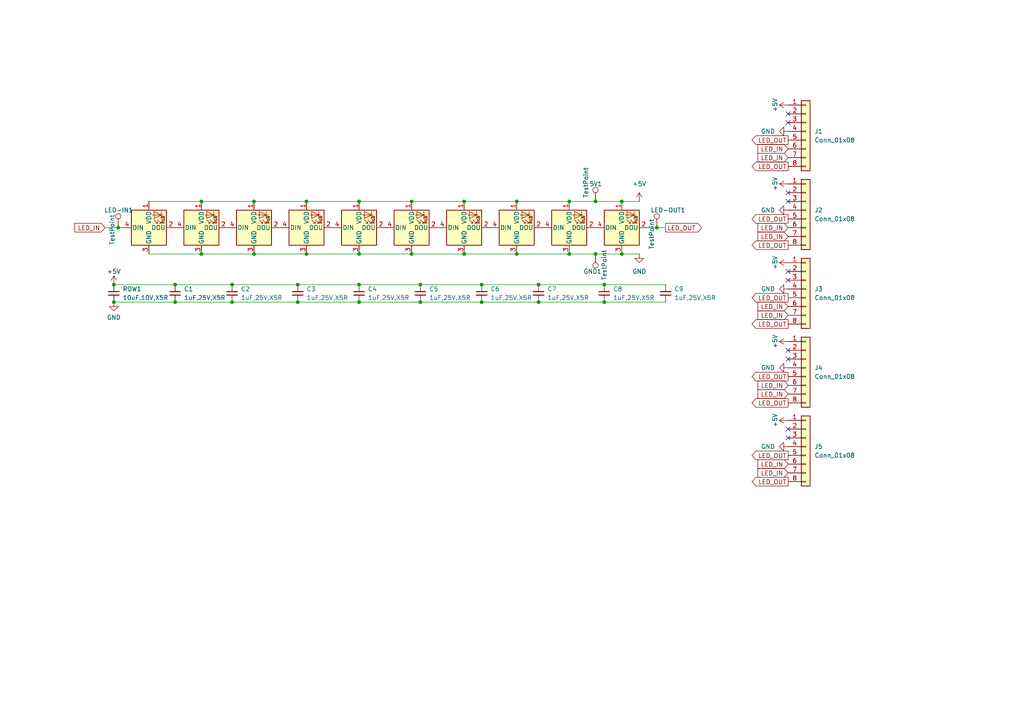
<source format=kicad_sch>
(kicad_sch
	(version 20231120)
	(generator "eeschema")
	(generator_version "8.0")
	(uuid "8909b2be-e3b3-4581-8935-6a103fed7292")
	(paper "A4")
	(lib_symbols
		(symbol "Connector:TestPoint"
			(pin_numbers hide)
			(pin_names
				(offset 0.762) hide)
			(exclude_from_sim no)
			(in_bom yes)
			(on_board yes)
			(property "Reference" "TP"
				(at 0 6.858 0)
				(effects
					(font
						(size 1.27 1.27)
					)
				)
			)
			(property "Value" "TestPoint"
				(at 0 5.08 0)
				(effects
					(font
						(size 1.27 1.27)
					)
				)
			)
			(property "Footprint" ""
				(at 5.08 0 0)
				(effects
					(font
						(size 1.27 1.27)
					)
					(hide yes)
				)
			)
			(property "Datasheet" "~"
				(at 5.08 0 0)
				(effects
					(font
						(size 1.27 1.27)
					)
					(hide yes)
				)
			)
			(property "Description" "test point"
				(at 0 0 0)
				(effects
					(font
						(size 1.27 1.27)
					)
					(hide yes)
				)
			)
			(property "ki_keywords" "test point tp"
				(at 0 0 0)
				(effects
					(font
						(size 1.27 1.27)
					)
					(hide yes)
				)
			)
			(property "ki_fp_filters" "Pin* Test*"
				(at 0 0 0)
				(effects
					(font
						(size 1.27 1.27)
					)
					(hide yes)
				)
			)
			(symbol "TestPoint_0_1"
				(circle
					(center 0 3.302)
					(radius 0.762)
					(stroke
						(width 0)
						(type default)
					)
					(fill
						(type none)
					)
				)
			)
			(symbol "TestPoint_1_1"
				(pin passive line
					(at 0 0 90)
					(length 2.54)
					(name "1"
						(effects
							(font
								(size 1.27 1.27)
							)
						)
					)
					(number "1"
						(effects
							(font
								(size 1.27 1.27)
							)
						)
					)
				)
			)
		)
		(symbol "Connector_Generic:Conn_01x08"
			(pin_names
				(offset 1.016) hide)
			(exclude_from_sim no)
			(in_bom yes)
			(on_board yes)
			(property "Reference" "J"
				(at 0 10.16 0)
				(effects
					(font
						(size 1.27 1.27)
					)
				)
			)
			(property "Value" "Conn_01x08"
				(at 0 -12.7 0)
				(effects
					(font
						(size 1.27 1.27)
					)
				)
			)
			(property "Footprint" ""
				(at 0 0 0)
				(effects
					(font
						(size 1.27 1.27)
					)
					(hide yes)
				)
			)
			(property "Datasheet" "~"
				(at 0 0 0)
				(effects
					(font
						(size 1.27 1.27)
					)
					(hide yes)
				)
			)
			(property "Description" "Generic connector, single row, 01x08, script generated (kicad-library-utils/schlib/autogen/connector/)"
				(at 0 0 0)
				(effects
					(font
						(size 1.27 1.27)
					)
					(hide yes)
				)
			)
			(property "ki_keywords" "connector"
				(at 0 0 0)
				(effects
					(font
						(size 1.27 1.27)
					)
					(hide yes)
				)
			)
			(property "ki_fp_filters" "Connector*:*_1x??_*"
				(at 0 0 0)
				(effects
					(font
						(size 1.27 1.27)
					)
					(hide yes)
				)
			)
			(symbol "Conn_01x08_1_1"
				(rectangle
					(start -1.27 -10.033)
					(end 0 -10.287)
					(stroke
						(width 0.1524)
						(type default)
					)
					(fill
						(type none)
					)
				)
				(rectangle
					(start -1.27 -7.493)
					(end 0 -7.747)
					(stroke
						(width 0.1524)
						(type default)
					)
					(fill
						(type none)
					)
				)
				(rectangle
					(start -1.27 -4.953)
					(end 0 -5.207)
					(stroke
						(width 0.1524)
						(type default)
					)
					(fill
						(type none)
					)
				)
				(rectangle
					(start -1.27 -2.413)
					(end 0 -2.667)
					(stroke
						(width 0.1524)
						(type default)
					)
					(fill
						(type none)
					)
				)
				(rectangle
					(start -1.27 0.127)
					(end 0 -0.127)
					(stroke
						(width 0.1524)
						(type default)
					)
					(fill
						(type none)
					)
				)
				(rectangle
					(start -1.27 2.667)
					(end 0 2.413)
					(stroke
						(width 0.1524)
						(type default)
					)
					(fill
						(type none)
					)
				)
				(rectangle
					(start -1.27 5.207)
					(end 0 4.953)
					(stroke
						(width 0.1524)
						(type default)
					)
					(fill
						(type none)
					)
				)
				(rectangle
					(start -1.27 7.747)
					(end 0 7.493)
					(stroke
						(width 0.1524)
						(type default)
					)
					(fill
						(type none)
					)
				)
				(rectangle
					(start -1.27 8.89)
					(end 1.27 -11.43)
					(stroke
						(width 0.254)
						(type default)
					)
					(fill
						(type background)
					)
				)
				(pin passive line
					(at -5.08 7.62 0)
					(length 3.81)
					(name "Pin_1"
						(effects
							(font
								(size 1.27 1.27)
							)
						)
					)
					(number "1"
						(effects
							(font
								(size 1.27 1.27)
							)
						)
					)
				)
				(pin passive line
					(at -5.08 5.08 0)
					(length 3.81)
					(name "Pin_2"
						(effects
							(font
								(size 1.27 1.27)
							)
						)
					)
					(number "2"
						(effects
							(font
								(size 1.27 1.27)
							)
						)
					)
				)
				(pin passive line
					(at -5.08 2.54 0)
					(length 3.81)
					(name "Pin_3"
						(effects
							(font
								(size 1.27 1.27)
							)
						)
					)
					(number "3"
						(effects
							(font
								(size 1.27 1.27)
							)
						)
					)
				)
				(pin passive line
					(at -5.08 0 0)
					(length 3.81)
					(name "Pin_4"
						(effects
							(font
								(size 1.27 1.27)
							)
						)
					)
					(number "4"
						(effects
							(font
								(size 1.27 1.27)
							)
						)
					)
				)
				(pin passive line
					(at -5.08 -2.54 0)
					(length 3.81)
					(name "Pin_5"
						(effects
							(font
								(size 1.27 1.27)
							)
						)
					)
					(number "5"
						(effects
							(font
								(size 1.27 1.27)
							)
						)
					)
				)
				(pin passive line
					(at -5.08 -5.08 0)
					(length 3.81)
					(name "Pin_6"
						(effects
							(font
								(size 1.27 1.27)
							)
						)
					)
					(number "6"
						(effects
							(font
								(size 1.27 1.27)
							)
						)
					)
				)
				(pin passive line
					(at -5.08 -7.62 0)
					(length 3.81)
					(name "Pin_7"
						(effects
							(font
								(size 1.27 1.27)
							)
						)
					)
					(number "7"
						(effects
							(font
								(size 1.27 1.27)
							)
						)
					)
				)
				(pin passive line
					(at -5.08 -10.16 0)
					(length 3.81)
					(name "Pin_8"
						(effects
							(font
								(size 1.27 1.27)
							)
						)
					)
					(number "8"
						(effects
							(font
								(size 1.27 1.27)
							)
						)
					)
				)
			)
		)
		(symbol "__sws_jlpcb:XL-5050RGBC-WS2812B"
			(pin_names
				(offset 0.254)
			)
			(exclude_from_sim no)
			(in_bom yes)
			(on_board yes)
			(property "Reference" "WS2812B"
				(at 5.08 6.35 0)
				(effects
					(font
						(size 1.27 1.27)
					)
				)
			)
			(property "Value" "XL-5050RGBC-WS2812B"
				(at 20.32 2.54 0)
				(effects
					(font
						(size 1.27 1.27)
					)
				)
			)
			(property "Footprint" "LED_SMD:LED_WS2812B_PLCC4_5.0x5.0mm_P3.2mm"
				(at 1.27 -7.62 0)
				(effects
					(font
						(size 1.27 1.27)
					)
					(justify left top)
					(hide yes)
				)
			)
			(property "Datasheet" "https://jlcpcb.com/partdetail/Xinglight-XL_5050RGBCWS2812B/C2843785"
				(at 2.54 -9.525 0)
				(effects
					(font
						(size 1.27 1.27)
					)
					(justify left top)
					(hide yes)
				)
			)
			(property "Description" "RGB LED with integrated controller"
				(at 0 0 0)
				(effects
					(font
						(size 1.27 1.27)
					)
					(hide yes)
				)
			)
			(property "LCSC" "C2843785"
				(at 12.7 3.81 0)
				(effects
					(font
						(size 1.27 1.27)
					)
					(hide yes)
				)
			)
			(property "ki_keywords" "RGB LED NeoPixel addressable"
				(at 0 0 0)
				(effects
					(font
						(size 1.27 1.27)
					)
					(hide yes)
				)
			)
			(property "ki_fp_filters" "LED*WS2812*PLCC*5.0x5.0mm*P3.2mm*"
				(at 0 0 0)
				(effects
					(font
						(size 1.27 1.27)
					)
					(hide yes)
				)
			)
			(symbol "XL-5050RGBC-WS2812B_0_0"
				(text "RGB"
					(at 2.286 -4.191 0)
					(effects
						(font
							(size 0.762 0.762)
						)
					)
				)
			)
			(symbol "XL-5050RGBC-WS2812B_0_1"
				(polyline
					(pts
						(xy 1.27 -3.556) (xy 1.778 -3.556)
					)
					(stroke
						(width 0)
						(type default)
					)
					(fill
						(type none)
					)
				)
				(polyline
					(pts
						(xy 1.27 -2.54) (xy 1.778 -2.54)
					)
					(stroke
						(width 0)
						(type default)
					)
					(fill
						(type none)
					)
				)
				(polyline
					(pts
						(xy 4.699 -3.556) (xy 2.667 -3.556)
					)
					(stroke
						(width 0)
						(type default)
					)
					(fill
						(type none)
					)
				)
				(polyline
					(pts
						(xy 2.286 -2.54) (xy 1.27 -3.556) (xy 1.27 -3.048)
					)
					(stroke
						(width 0)
						(type default)
					)
					(fill
						(type none)
					)
				)
				(polyline
					(pts
						(xy 2.286 -1.524) (xy 1.27 -2.54) (xy 1.27 -2.032)
					)
					(stroke
						(width 0)
						(type default)
					)
					(fill
						(type none)
					)
				)
				(polyline
					(pts
						(xy 3.683 -1.016) (xy 3.683 -3.556) (xy 3.683 -4.064)
					)
					(stroke
						(width 0)
						(type default)
					)
					(fill
						(type none)
					)
				)
				(polyline
					(pts
						(xy 4.699 -1.524) (xy 2.667 -1.524) (xy 3.683 -3.556) (xy 4.699 -1.524)
					)
					(stroke
						(width 0)
						(type default)
					)
					(fill
						(type none)
					)
				)
				(rectangle
					(start 5.08 5.08)
					(end -5.08 -5.08)
					(stroke
						(width 0.254)
						(type default)
					)
					(fill
						(type background)
					)
				)
			)
			(symbol "XL-5050RGBC-WS2812B_1_1"
				(pin power_in line
					(at 7.62 0 180)
					(length 2.54)
					(name "VDD"
						(effects
							(font
								(size 1.27 1.27)
							)
						)
					)
					(number "1"
						(effects
							(font
								(size 1.27 1.27)
							)
						)
					)
				)
				(pin output line
					(at 0 -7.62 90)
					(length 2.54)
					(name "DOU"
						(effects
							(font
								(size 1.27 1.27)
							)
						)
					)
					(number "2"
						(effects
							(font
								(size 1.27 1.27)
							)
						)
					)
				)
				(pin power_in line
					(at -7.62 0 0)
					(length 2.54)
					(name "GND"
						(effects
							(font
								(size 1.27 1.27)
							)
						)
					)
					(number "3"
						(effects
							(font
								(size 1.27 1.27)
							)
						)
					)
				)
				(pin input line
					(at 0 7.62 270)
					(length 2.54)
					(name "DIN"
						(effects
							(font
								(size 1.27 1.27)
							)
						)
					)
					(number "4"
						(effects
							(font
								(size 1.27 1.27)
							)
						)
					)
				)
			)
		)
		(symbol "__sws_jlpcb:jlcpcb-1uF,25V,X5R"
			(exclude_from_sim no)
			(in_bom yes)
			(on_board yes)
			(property "Reference" "C130"
				(at -1.27 7.62 0)
				(effects
					(font
						(size 1.27 1.27)
					)
					(justify left)
				)
			)
			(property "Value" "jlcpcb-1uF,25V,X5R"
				(at -6.35 5.08 0)
				(effects
					(font
						(size 1.27 1.27)
					)
					(justify left)
				)
			)
			(property "Footprint" "vancouver-skytrain-pcb.pretty:C_0402_1005Metric"
				(at 0 0 0)
				(effects
					(font
						(size 1.27 1.27)
					)
					(hide yes)
				)
			)
			(property "Datasheet" "https://datasheet.lcsc.com/lcsc/1811091611_Samsung-Electro-Mechanics-CL05A105KA5NQNC_C52923.pdf"
				(at 0 0 0)
				(effects
					(font
						(size 1.27 1.27)
					)
					(hide yes)
				)
			)
			(property "Description" ""
				(at 0 0 0)
				(effects
					(font
						(size 1.27 1.27)
					)
					(hide yes)
				)
			)
			(property "LCSC" "C52923"
				(at 0 0 0)
				(effects
					(font
						(size 0.0254 0.0254)
					)
					(hide yes)
				)
			)
			(property "MFG" "Samsung Electro-Mechanics"
				(at 0 0 0)
				(effects
					(font
						(size 0.0254 0.0254)
					)
					(hide yes)
				)
			)
			(property "MFGPN" "CL05A105KA5NQNC"
				(at 0 0 0)
				(effects
					(font
						(size 0.0254 0.0254)
					)
					(hide yes)
				)
			)
			(property "ki_locked" ""
				(at 0 0 0)
				(effects
					(font
						(size 1.27 1.27)
					)
				)
			)
			(symbol "jlcpcb-1uF,25V,X5R_0_0"
				(polyline
					(pts
						(xy -1.524 -0.508) (xy 1.524 -0.508)
					)
					(stroke
						(width 0.3048)
						(type default)
					)
					(fill
						(type none)
					)
				)
				(polyline
					(pts
						(xy -1.524 0.508) (xy 1.524 0.508)
					)
					(stroke
						(width 0.3048)
						(type default)
					)
					(fill
						(type none)
					)
				)
				(pin passive line
					(at 0 2.54 270)
					(length 2.032)
					(name "~"
						(effects
							(font
								(size 0 0)
							)
						)
					)
					(number "1"
						(effects
							(font
								(size 0 0)
							)
						)
					)
				)
				(pin passive line
					(at 0 -2.54 90)
					(length 2.032)
					(name "~"
						(effects
							(font
								(size 0 0)
							)
						)
					)
					(number "2"
						(effects
							(font
								(size 0 0)
							)
						)
					)
				)
			)
		)
		(symbol "power:+5V"
			(power)
			(pin_numbers hide)
			(pin_names
				(offset 0) hide)
			(exclude_from_sim no)
			(in_bom yes)
			(on_board yes)
			(property "Reference" "#PWR"
				(at 0 -3.81 0)
				(effects
					(font
						(size 1.27 1.27)
					)
					(hide yes)
				)
			)
			(property "Value" "+5V"
				(at 0 3.556 0)
				(effects
					(font
						(size 1.27 1.27)
					)
				)
			)
			(property "Footprint" ""
				(at 0 0 0)
				(effects
					(font
						(size 1.27 1.27)
					)
					(hide yes)
				)
			)
			(property "Datasheet" ""
				(at 0 0 0)
				(effects
					(font
						(size 1.27 1.27)
					)
					(hide yes)
				)
			)
			(property "Description" "Power symbol creates a global label with name \"+5V\""
				(at 0 0 0)
				(effects
					(font
						(size 1.27 1.27)
					)
					(hide yes)
				)
			)
			(property "ki_keywords" "global power"
				(at 0 0 0)
				(effects
					(font
						(size 1.27 1.27)
					)
					(hide yes)
				)
			)
			(symbol "+5V_0_1"
				(polyline
					(pts
						(xy -0.762 1.27) (xy 0 2.54)
					)
					(stroke
						(width 0)
						(type default)
					)
					(fill
						(type none)
					)
				)
				(polyline
					(pts
						(xy 0 0) (xy 0 2.54)
					)
					(stroke
						(width 0)
						(type default)
					)
					(fill
						(type none)
					)
				)
				(polyline
					(pts
						(xy 0 2.54) (xy 0.762 1.27)
					)
					(stroke
						(width 0)
						(type default)
					)
					(fill
						(type none)
					)
				)
			)
			(symbol "+5V_1_1"
				(pin power_in line
					(at 0 0 90)
					(length 0)
					(name "~"
						(effects
							(font
								(size 1.27 1.27)
							)
						)
					)
					(number "1"
						(effects
							(font
								(size 1.27 1.27)
							)
						)
					)
				)
			)
		)
		(symbol "power:GND"
			(power)
			(pin_numbers hide)
			(pin_names
				(offset 0) hide)
			(exclude_from_sim no)
			(in_bom yes)
			(on_board yes)
			(property "Reference" "#PWR"
				(at 0 -6.35 0)
				(effects
					(font
						(size 1.27 1.27)
					)
					(hide yes)
				)
			)
			(property "Value" "GND"
				(at 0 -3.81 0)
				(effects
					(font
						(size 1.27 1.27)
					)
				)
			)
			(property "Footprint" ""
				(at 0 0 0)
				(effects
					(font
						(size 1.27 1.27)
					)
					(hide yes)
				)
			)
			(property "Datasheet" ""
				(at 0 0 0)
				(effects
					(font
						(size 1.27 1.27)
					)
					(hide yes)
				)
			)
			(property "Description" "Power symbol creates a global label with name \"GND\" , ground"
				(at 0 0 0)
				(effects
					(font
						(size 1.27 1.27)
					)
					(hide yes)
				)
			)
			(property "ki_keywords" "global power"
				(at 0 0 0)
				(effects
					(font
						(size 1.27 1.27)
					)
					(hide yes)
				)
			)
			(symbol "GND_0_1"
				(polyline
					(pts
						(xy 0 0) (xy 0 -1.27) (xy 1.27 -1.27) (xy 0 -2.54) (xy -1.27 -1.27) (xy 0 -1.27)
					)
					(stroke
						(width 0)
						(type default)
					)
					(fill
						(type none)
					)
				)
			)
			(symbol "GND_1_1"
				(pin power_in line
					(at 0 0 270)
					(length 0)
					(name "~"
						(effects
							(font
								(size 1.27 1.27)
							)
						)
					)
					(number "1"
						(effects
							(font
								(size 1.27 1.27)
							)
						)
					)
				)
			)
		)
	)
	(junction
		(at 134.62 73.66)
		(diameter 0)
		(color 0 0 0 0)
		(uuid "0625cb8e-865f-42d3-80ef-b111a29eecdc")
	)
	(junction
		(at 67.31 87.63)
		(diameter 0)
		(color 0 0 0 0)
		(uuid "0bcab07b-2885-44ee-b32f-2a8248d8f5e3")
	)
	(junction
		(at 139.7 87.63)
		(diameter 0)
		(color 0 0 0 0)
		(uuid "0e95b218-6b05-4e11-8d1c-03575daf6e94")
	)
	(junction
		(at 119.38 58.42)
		(diameter 0)
		(color 0 0 0 0)
		(uuid "14cb2eaf-d357-414f-b9e5-a2236d1bb5d2")
	)
	(junction
		(at 134.62 58.42)
		(diameter 0)
		(color 0 0 0 0)
		(uuid "18b6db01-c63f-459e-9fd5-7eb25495c95f")
	)
	(junction
		(at 58.42 58.42)
		(diameter 0)
		(color 0 0 0 0)
		(uuid "21996c1b-c4c0-4f28-8a81-6fedcd49544b")
	)
	(junction
		(at 50.8 82.55)
		(diameter 0)
		(color 0 0 0 0)
		(uuid "21d206e8-6e19-4493-800e-1b6d81410400")
	)
	(junction
		(at 33.02 87.63)
		(diameter 0)
		(color 0 0 0 0)
		(uuid "23ca310d-0a91-4e05-a704-2f743b2c9e43")
	)
	(junction
		(at 86.36 82.55)
		(diameter 0)
		(color 0 0 0 0)
		(uuid "2db7caff-2eea-4b99-b4e7-862cc1e28ab5")
	)
	(junction
		(at 73.66 58.42)
		(diameter 0)
		(color 0 0 0 0)
		(uuid "33d17bf5-7631-412a-84b0-bb1032f4dcbf")
	)
	(junction
		(at 88.9 73.66)
		(diameter 0)
		(color 0 0 0 0)
		(uuid "3519f2ff-1a53-4bb1-8a81-19150103f088")
	)
	(junction
		(at 156.21 82.55)
		(diameter 0)
		(color 0 0 0 0)
		(uuid "354795c4-917d-437f-9bb0-b51c8ec0e85a")
	)
	(junction
		(at 58.42 73.66)
		(diameter 0)
		(color 0 0 0 0)
		(uuid "3adf5b46-b603-410a-adef-4f66074b577c")
	)
	(junction
		(at 34.29 66.04)
		(diameter 0)
		(color 0 0 0 0)
		(uuid "3f3a4c4c-e9fd-49bf-9c9b-0219bfac2d15")
	)
	(junction
		(at 156.21 87.63)
		(diameter 0)
		(color 0 0 0 0)
		(uuid "3fc42b90-938f-47ae-a793-af15e18d6b75")
	)
	(junction
		(at 73.66 73.66)
		(diameter 0)
		(color 0 0 0 0)
		(uuid "421fa40c-7fda-47fc-82d9-5e30d08db147")
	)
	(junction
		(at 104.14 82.55)
		(diameter 0)
		(color 0 0 0 0)
		(uuid "47e3cc71-3a3c-4a67-8c6f-a93a45e05ccb")
	)
	(junction
		(at 86.36 87.63)
		(diameter 0)
		(color 0 0 0 0)
		(uuid "4ec328b4-93fa-4d28-bef2-208979e5ebf0")
	)
	(junction
		(at 33.02 82.55)
		(diameter 0)
		(color 0 0 0 0)
		(uuid "4f9661e7-7fe6-470b-a07e-b8a2c25da524")
	)
	(junction
		(at 149.86 58.42)
		(diameter 0)
		(color 0 0 0 0)
		(uuid "51bce3b2-692a-4d4c-896b-d331f1720bb1")
	)
	(junction
		(at 165.1 58.42)
		(diameter 0)
		(color 0 0 0 0)
		(uuid "647bbade-5cdc-4701-96cc-eaebfde8ad83")
	)
	(junction
		(at 119.38 73.66)
		(diameter 0)
		(color 0 0 0 0)
		(uuid "67142b5b-3ef9-4534-8bac-f79719faf3df")
	)
	(junction
		(at 165.1 73.66)
		(diameter 0)
		(color 0 0 0 0)
		(uuid "6b2a4cc2-a2c3-4077-8f32-f884708f64d5")
	)
	(junction
		(at 104.14 73.66)
		(diameter 0)
		(color 0 0 0 0)
		(uuid "79fb6db8-045d-4f6e-bbeb-b71e83854701")
	)
	(junction
		(at 67.31 82.55)
		(diameter 0)
		(color 0 0 0 0)
		(uuid "87434850-308b-4b00-81a1-153992c65571")
	)
	(junction
		(at 190.5 66.04)
		(diameter 0)
		(color 0 0 0 0)
		(uuid "979b8b47-4303-43ed-a98f-dcb2dc00fd21")
	)
	(junction
		(at 50.8 87.63)
		(diameter 0)
		(color 0 0 0 0)
		(uuid "accb3a84-065a-4353-84ef-a84da71f349c")
	)
	(junction
		(at 175.26 87.63)
		(diameter 0)
		(color 0 0 0 0)
		(uuid "b0b6f9f0-551d-4c72-a4b6-4c6ec008e7d4")
	)
	(junction
		(at 149.86 73.66)
		(diameter 0)
		(color 0 0 0 0)
		(uuid "b1f28262-1c18-43b0-9e5b-2ec5b42f57ee")
	)
	(junction
		(at 104.14 87.63)
		(diameter 0)
		(color 0 0 0 0)
		(uuid "b4e4ae06-ae91-42cc-9be6-e02b3d7d2fb5")
	)
	(junction
		(at 172.72 73.66)
		(diameter 0)
		(color 0 0 0 0)
		(uuid "b6dd1de9-bf20-4b77-8fb1-9e05b0cf466c")
	)
	(junction
		(at 180.34 73.66)
		(diameter 0)
		(color 0 0 0 0)
		(uuid "b9ddc82c-73d8-42d2-88c7-b2cfec72c287")
	)
	(junction
		(at 172.72 58.42)
		(diameter 0)
		(color 0 0 0 0)
		(uuid "c681e667-3cec-4055-8ac7-0a3067cc2e59")
	)
	(junction
		(at 104.14 58.42)
		(diameter 0)
		(color 0 0 0 0)
		(uuid "c9494b65-6323-43ae-8da9-b0755eb47637")
	)
	(junction
		(at 121.92 87.63)
		(diameter 0)
		(color 0 0 0 0)
		(uuid "d8240e09-ac28-4d2c-9e73-3b2ef916c237")
	)
	(junction
		(at 180.34 58.42)
		(diameter 0)
		(color 0 0 0 0)
		(uuid "e66d3911-eb48-4dab-86fc-465c6dc621c6")
	)
	(junction
		(at 139.7 82.55)
		(diameter 0)
		(color 0 0 0 0)
		(uuid "ebf6949a-dd72-4a27-8dbc-a22a3030aaa9")
	)
	(junction
		(at 175.26 82.55)
		(diameter 0)
		(color 0 0 0 0)
		(uuid "f933f624-3d0a-45c5-b7e9-c25fd215296d")
	)
	(junction
		(at 88.9 58.42)
		(diameter 0)
		(color 0 0 0 0)
		(uuid "fbe35ce3-db9c-497b-a3bb-84827fdcdc4b")
	)
	(junction
		(at 121.92 82.55)
		(diameter 0)
		(color 0 0 0 0)
		(uuid "fc40fbbd-7971-4f99-b986-77fc753b3811")
	)
	(no_connect
		(at 228.6 124.46)
		(uuid "0db532ef-bfcc-43f1-8597-6f540540d189")
	)
	(no_connect
		(at 228.6 35.56)
		(uuid "15bebf14-ed10-48aa-a2c5-bf6ca33449fc")
	)
	(no_connect
		(at 228.6 104.14)
		(uuid "599f4f60-ead6-4236-9c51-019d038819cc")
	)
	(no_connect
		(at 228.6 81.28)
		(uuid "5bf98d5d-3ea3-4d3f-883e-0fcb3a4f253a")
	)
	(no_connect
		(at 228.6 101.6)
		(uuid "60a5ccc4-5f1b-4199-a4e0-aaba5146f653")
	)
	(no_connect
		(at 228.6 78.74)
		(uuid "842da82b-5a83-410c-9af4-acfdc65294c5")
	)
	(no_connect
		(at 228.6 55.88)
		(uuid "a1cab565-2a9c-4921-a585-d4ac2f6f033b")
	)
	(no_connect
		(at 228.6 127)
		(uuid "beb25d67-b82b-4952-b34b-8e22c8c364ac")
	)
	(no_connect
		(at 228.6 58.42)
		(uuid "dcb1e727-77ed-4553-b018-10d85797afb4")
	)
	(no_connect
		(at 228.6 33.02)
		(uuid "fd379d5a-522f-43ce-8365-cc7a59f4bc97")
	)
	(wire
		(pts
			(xy 185.42 73.66) (xy 180.34 73.66)
		)
		(stroke
			(width 0)
			(type default)
		)
		(uuid "012acf70-2662-4553-bcf9-c27f79137d7e")
	)
	(wire
		(pts
			(xy 50.8 87.63) (xy 67.31 87.63)
		)
		(stroke
			(width 0)
			(type default)
		)
		(uuid "0390363e-7152-4917-82eb-fc3dc1a5d994")
	)
	(wire
		(pts
			(xy 185.42 58.42) (xy 180.34 58.42)
		)
		(stroke
			(width 0)
			(type default)
		)
		(uuid "08dd9d7f-0fbe-4370-8306-dc229a12ec74")
	)
	(wire
		(pts
			(xy 30.48 66.04) (xy 34.29 66.04)
		)
		(stroke
			(width 0)
			(type default)
		)
		(uuid "0a38aa62-3f6d-4f8c-b1de-2a137b05732b")
	)
	(wire
		(pts
			(xy 86.36 82.55) (xy 104.14 82.55)
		)
		(stroke
			(width 0)
			(type default)
		)
		(uuid "164c4423-ee99-44d2-b67c-10b62955d700")
	)
	(wire
		(pts
			(xy 165.1 73.66) (xy 172.72 73.66)
		)
		(stroke
			(width 0)
			(type default)
		)
		(uuid "182bff83-8cbc-45d4-9b3d-f31897281b20")
	)
	(wire
		(pts
			(xy 58.42 58.42) (xy 73.66 58.42)
		)
		(stroke
			(width 0)
			(type default)
		)
		(uuid "1f5a419b-3b6c-475c-9f14-4be9bc7b825a")
	)
	(wire
		(pts
			(xy 50.8 82.55) (xy 67.31 82.55)
		)
		(stroke
			(width 0)
			(type default)
		)
		(uuid "2b45d136-f429-4441-b394-f3c27a18e864")
	)
	(wire
		(pts
			(xy 104.14 87.63) (xy 121.92 87.63)
		)
		(stroke
			(width 0)
			(type default)
		)
		(uuid "38c82b65-2f77-4ce9-8eca-2ea71e5e81cf")
	)
	(wire
		(pts
			(xy 43.18 73.66) (xy 58.42 73.66)
		)
		(stroke
			(width 0)
			(type default)
		)
		(uuid "38fa6f0b-d0b7-4425-8e5d-e2e6169a975c")
	)
	(wire
		(pts
			(xy 67.31 82.55) (xy 86.36 82.55)
		)
		(stroke
			(width 0)
			(type default)
		)
		(uuid "3d98e10f-59f5-4bee-8afd-18031e8c43a5")
	)
	(wire
		(pts
			(xy 134.62 73.66) (xy 149.86 73.66)
		)
		(stroke
			(width 0)
			(type default)
		)
		(uuid "4d3e5a24-7237-4cc7-ab12-1c40ecd31bbf")
	)
	(wire
		(pts
			(xy 149.86 73.66) (xy 165.1 73.66)
		)
		(stroke
			(width 0)
			(type default)
		)
		(uuid "4d404e70-bc17-4ea3-91f7-5e9b04715ed6")
	)
	(wire
		(pts
			(xy 33.02 82.55) (xy 50.8 82.55)
		)
		(stroke
			(width 0)
			(type default)
		)
		(uuid "4e3b5ab6-2ec5-471c-96a2-906348fab2a1")
	)
	(wire
		(pts
			(xy 139.7 82.55) (xy 156.21 82.55)
		)
		(stroke
			(width 0)
			(type default)
		)
		(uuid "568e77f4-0789-40f8-b23a-dfaf16d4ee7f")
	)
	(wire
		(pts
			(xy 139.7 87.63) (xy 121.92 87.63)
		)
		(stroke
			(width 0)
			(type default)
		)
		(uuid "5b2d1f7b-3b33-497e-a08b-3710266c48ab")
	)
	(wire
		(pts
			(xy 88.9 73.66) (xy 104.14 73.66)
		)
		(stroke
			(width 0)
			(type default)
		)
		(uuid "5d386b39-00a1-4351-92ed-4541c259e1a7")
	)
	(wire
		(pts
			(xy 149.86 58.42) (xy 165.1 58.42)
		)
		(stroke
			(width 0)
			(type default)
		)
		(uuid "65e4ce30-3fff-4825-82c9-c8d707bdcb6d")
	)
	(wire
		(pts
			(xy 33.02 87.63) (xy 50.8 87.63)
		)
		(stroke
			(width 0)
			(type default)
		)
		(uuid "681a50a5-3ea6-46df-831e-99b6364c5689")
	)
	(wire
		(pts
			(xy 88.9 58.42) (xy 104.14 58.42)
		)
		(stroke
			(width 0)
			(type default)
		)
		(uuid "6e60b729-131b-4b99-acbb-852971e04457")
	)
	(wire
		(pts
			(xy 73.66 73.66) (xy 88.9 73.66)
		)
		(stroke
			(width 0)
			(type default)
		)
		(uuid "70955b3d-b6c2-43cb-8dd4-a6a4383ac520")
	)
	(wire
		(pts
			(xy 67.31 87.63) (xy 86.36 87.63)
		)
		(stroke
			(width 0)
			(type default)
		)
		(uuid "80989402-c708-4cf0-b28b-afe1832517f7")
	)
	(wire
		(pts
			(xy 139.7 87.63) (xy 156.21 87.63)
		)
		(stroke
			(width 0)
			(type default)
		)
		(uuid "8370d4b9-cbe1-4474-984c-b94fe52ba4f4")
	)
	(wire
		(pts
			(xy 58.42 73.66) (xy 73.66 73.66)
		)
		(stroke
			(width 0)
			(type default)
		)
		(uuid "86cb7e1f-d390-482f-a09c-4b6877030ab2")
	)
	(wire
		(pts
			(xy 104.14 82.55) (xy 121.92 82.55)
		)
		(stroke
			(width 0)
			(type default)
		)
		(uuid "883d7b1e-fa64-4c02-8acf-771a6ce0bb78")
	)
	(wire
		(pts
			(xy 193.04 66.04) (xy 190.5 66.04)
		)
		(stroke
			(width 0)
			(type default)
		)
		(uuid "98ce0155-62aa-41fd-8233-4038fd808595")
	)
	(wire
		(pts
			(xy 193.04 87.63) (xy 175.26 87.63)
		)
		(stroke
			(width 0)
			(type default)
		)
		(uuid "99adb906-ee72-4c7a-ac50-f9a57c7d9ec0")
	)
	(wire
		(pts
			(xy 165.1 58.42) (xy 172.72 58.42)
		)
		(stroke
			(width 0)
			(type default)
		)
		(uuid "9c5db17f-a77d-4804-bd75-18605da2c5dc")
	)
	(wire
		(pts
			(xy 43.18 58.42) (xy 58.42 58.42)
		)
		(stroke
			(width 0)
			(type default)
		)
		(uuid "a1221cf7-bb03-4c79-958c-d0707add7f13")
	)
	(wire
		(pts
			(xy 86.36 87.63) (xy 104.14 87.63)
		)
		(stroke
			(width 0)
			(type default)
		)
		(uuid "abdf133d-5b35-408a-b60a-c3395d65fbd1")
	)
	(wire
		(pts
			(xy 172.72 73.66) (xy 180.34 73.66)
		)
		(stroke
			(width 0)
			(type default)
		)
		(uuid "ac45d9a8-c5e0-4ad2-99de-86118915fec4")
	)
	(wire
		(pts
			(xy 175.26 82.55) (xy 193.04 82.55)
		)
		(stroke
			(width 0)
			(type default)
		)
		(uuid "add8eb4b-0f42-4fd4-8f6f-a3310384b39f")
	)
	(wire
		(pts
			(xy 73.66 58.42) (xy 88.9 58.42)
		)
		(stroke
			(width 0)
			(type default)
		)
		(uuid "b0eaf88e-3ead-4bdb-ae52-c8b9850b2e4d")
	)
	(wire
		(pts
			(xy 34.29 66.04) (xy 35.56 66.04)
		)
		(stroke
			(width 0)
			(type default)
		)
		(uuid "b808d646-91f4-48d9-a745-38dc6f76d570")
	)
	(wire
		(pts
			(xy 156.21 82.55) (xy 175.26 82.55)
		)
		(stroke
			(width 0)
			(type default)
		)
		(uuid "c00cbde5-d169-4f6b-9e41-bf585d621b7c")
	)
	(wire
		(pts
			(xy 119.38 73.66) (xy 134.62 73.66)
		)
		(stroke
			(width 0)
			(type default)
		)
		(uuid "d0486e25-849e-426f-b3eb-6896ad11cdef")
	)
	(wire
		(pts
			(xy 119.38 58.42) (xy 134.62 58.42)
		)
		(stroke
			(width 0)
			(type default)
		)
		(uuid "e2f2a622-007e-4e22-8259-229941db8a74")
	)
	(wire
		(pts
			(xy 156.21 87.63) (xy 175.26 87.63)
		)
		(stroke
			(width 0)
			(type default)
		)
		(uuid "e3f6c712-8e49-4bb7-aae1-95154a6ec8e7")
	)
	(wire
		(pts
			(xy 104.14 73.66) (xy 119.38 73.66)
		)
		(stroke
			(width 0)
			(type default)
		)
		(uuid "ec4c12aa-18e8-4d93-9bfb-dde7c2dceeec")
	)
	(wire
		(pts
			(xy 104.14 58.42) (xy 119.38 58.42)
		)
		(stroke
			(width 0)
			(type default)
		)
		(uuid "efbc8772-0853-4408-88da-39c3973b3fa6")
	)
	(wire
		(pts
			(xy 172.72 58.42) (xy 180.34 58.42)
		)
		(stroke
			(width 0)
			(type default)
		)
		(uuid "f0202636-2940-4c6b-af37-e0ae548b16b1")
	)
	(wire
		(pts
			(xy 190.5 66.04) (xy 187.96 66.04)
		)
		(stroke
			(width 0)
			(type default)
		)
		(uuid "f0378426-8eab-4722-afbc-3c1be56f8e62")
	)
	(wire
		(pts
			(xy 134.62 58.42) (xy 149.86 58.42)
		)
		(stroke
			(width 0)
			(type default)
		)
		(uuid "f16d6db8-fe75-4eab-85b4-737ba4259913")
	)
	(wire
		(pts
			(xy 121.92 82.55) (xy 139.7 82.55)
		)
		(stroke
			(width 0)
			(type default)
		)
		(uuid "fd65a1db-2ed6-45b5-b4f7-239e8a2b19d4")
	)
	(global_label "LED_OUT"
		(shape output)
		(at 228.6 40.64 180)
		(fields_autoplaced yes)
		(effects
			(font
				(size 1.27 1.27)
			)
			(justify right)
		)
		(uuid "0a9e2599-808a-498a-bb54-238afc1c5c9a")
		(property "Intersheetrefs" "${INTERSHEET_REFS}"
			(at 217.5715 40.64 0)
			(effects
				(font
					(size 1.27 1.27)
				)
				(justify right)
				(hide yes)
			)
		)
	)
	(global_label "LED_IN"
		(shape input)
		(at 228.6 111.76 180)
		(fields_autoplaced yes)
		(effects
			(font
				(size 1.27 1.27)
			)
			(justify right)
		)
		(uuid "195d05c2-8a46-40ab-8551-426cc462cf0d")
		(property "Intersheetrefs" "${INTERSHEET_REFS}"
			(at 219.2648 111.76 0)
			(effects
				(font
					(size 1.27 1.27)
				)
				(justify right)
				(hide yes)
			)
		)
	)
	(global_label "LED_IN"
		(shape input)
		(at 228.6 137.16 180)
		(fields_autoplaced yes)
		(effects
			(font
				(size 1.27 1.27)
			)
			(justify right)
		)
		(uuid "268ce0b4-5d0c-4e64-862e-1c32ec5d5f3d")
		(property "Intersheetrefs" "${INTERSHEET_REFS}"
			(at 219.2648 137.16 0)
			(effects
				(font
					(size 1.27 1.27)
				)
				(justify right)
				(hide yes)
			)
		)
	)
	(global_label "LED_OUT"
		(shape output)
		(at 228.6 116.84 180)
		(fields_autoplaced yes)
		(effects
			(font
				(size 1.27 1.27)
			)
			(justify right)
		)
		(uuid "387618b1-5b52-435c-9f09-26344b7de539")
		(property "Intersheetrefs" "${INTERSHEET_REFS}"
			(at 217.5715 116.84 0)
			(effects
				(font
					(size 1.27 1.27)
				)
				(justify right)
				(hide yes)
			)
		)
	)
	(global_label "LED_IN"
		(shape input)
		(at 228.6 43.18 180)
		(fields_autoplaced yes)
		(effects
			(font
				(size 1.27 1.27)
			)
			(justify right)
		)
		(uuid "4420bf56-6d32-4bd1-869f-ef15ca57c252")
		(property "Intersheetrefs" "${INTERSHEET_REFS}"
			(at 219.2648 43.18 0)
			(effects
				(font
					(size 1.27 1.27)
				)
				(justify right)
				(hide yes)
			)
		)
	)
	(global_label "LED_IN"
		(shape input)
		(at 228.6 91.44 180)
		(fields_autoplaced yes)
		(effects
			(font
				(size 1.27 1.27)
			)
			(justify right)
		)
		(uuid "44f895e9-753d-4063-a1ce-87949340b602")
		(property "Intersheetrefs" "${INTERSHEET_REFS}"
			(at 219.2648 91.44 0)
			(effects
				(font
					(size 1.27 1.27)
				)
				(justify right)
				(hide yes)
			)
		)
	)
	(global_label "LED_IN"
		(shape input)
		(at 228.6 68.58 180)
		(fields_autoplaced yes)
		(effects
			(font
				(size 1.27 1.27)
			)
			(justify right)
		)
		(uuid "62b8c26d-0bbc-4fd2-8d93-bbb5ff203811")
		(property "Intersheetrefs" "${INTERSHEET_REFS}"
			(at 219.2648 68.58 0)
			(effects
				(font
					(size 1.27 1.27)
				)
				(justify right)
				(hide yes)
			)
		)
	)
	(global_label "LED_OUT"
		(shape output)
		(at 228.6 86.36 180)
		(fields_autoplaced yes)
		(effects
			(font
				(size 1.27 1.27)
			)
			(justify right)
		)
		(uuid "62d4b2b6-0340-4eae-861d-082c407c0f9f")
		(property "Intersheetrefs" "${INTERSHEET_REFS}"
			(at 217.5715 86.36 0)
			(effects
				(font
					(size 1.27 1.27)
				)
				(justify right)
				(hide yes)
			)
		)
	)
	(global_label "LED_OUT"
		(shape output)
		(at 193.04 66.04 0)
		(fields_autoplaced yes)
		(effects
			(font
				(size 1.27 1.27)
			)
			(justify left)
		)
		(uuid "692d6256-3328-41a1-9369-47cd4c97bc7e")
		(property "Intersheetrefs" "${INTERSHEET_REFS}"
			(at 204.0685 66.04 0)
			(effects
				(font
					(size 1.27 1.27)
				)
				(justify left)
				(hide yes)
			)
		)
	)
	(global_label "LED_IN"
		(shape input)
		(at 30.48 66.04 180)
		(fields_autoplaced yes)
		(effects
			(font
				(size 1.27 1.27)
			)
			(justify right)
		)
		(uuid "6a088d98-06d1-4855-aace-65d40869466b")
		(property "Intersheetrefs" "${INTERSHEET_REFS}"
			(at 21.1448 66.04 0)
			(effects
				(font
					(size 1.27 1.27)
				)
				(justify right)
				(hide yes)
			)
		)
	)
	(global_label "LED_IN"
		(shape input)
		(at 228.6 66.04 180)
		(fields_autoplaced yes)
		(effects
			(font
				(size 1.27 1.27)
			)
			(justify right)
		)
		(uuid "6cec3d14-8c5c-447a-9ec3-1484272be033")
		(property "Intersheetrefs" "${INTERSHEET_REFS}"
			(at 219.2648 66.04 0)
			(effects
				(font
					(size 1.27 1.27)
				)
				(justify right)
				(hide yes)
			)
		)
	)
	(global_label "LED_OUT"
		(shape output)
		(at 228.6 139.7 180)
		(fields_autoplaced yes)
		(effects
			(font
				(size 1.27 1.27)
			)
			(justify right)
		)
		(uuid "6dd11698-1c7a-404f-9863-37cb3bfe395f")
		(property "Intersheetrefs" "${INTERSHEET_REFS}"
			(at 217.5715 139.7 0)
			(effects
				(font
					(size 1.27 1.27)
				)
				(justify right)
				(hide yes)
			)
		)
	)
	(global_label "LED_IN"
		(shape input)
		(at 228.6 88.9 180)
		(fields_autoplaced yes)
		(effects
			(font
				(size 1.27 1.27)
			)
			(justify right)
		)
		(uuid "74f86b96-afdf-4772-8006-9651b8ec9986")
		(property "Intersheetrefs" "${INTERSHEET_REFS}"
			(at 219.2648 88.9 0)
			(effects
				(font
					(size 1.27 1.27)
				)
				(justify right)
				(hide yes)
			)
		)
	)
	(global_label "LED_IN"
		(shape input)
		(at 228.6 45.72 180)
		(fields_autoplaced yes)
		(effects
			(font
				(size 1.27 1.27)
			)
			(justify right)
		)
		(uuid "74fbb450-886a-4681-9cd8-886451165bd6")
		(property "Intersheetrefs" "${INTERSHEET_REFS}"
			(at 219.2648 45.72 0)
			(effects
				(font
					(size 1.27 1.27)
				)
				(justify right)
				(hide yes)
			)
		)
	)
	(global_label "LED_OUT"
		(shape output)
		(at 228.6 71.12 180)
		(fields_autoplaced yes)
		(effects
			(font
				(size 1.27 1.27)
			)
			(justify right)
		)
		(uuid "8b3c67f5-eb29-4052-b942-24185aa15f1f")
		(property "Intersheetrefs" "${INTERSHEET_REFS}"
			(at 217.5715 71.12 0)
			(effects
				(font
					(size 1.27 1.27)
				)
				(justify right)
				(hide yes)
			)
		)
	)
	(global_label "LED_IN"
		(shape input)
		(at 228.6 134.62 180)
		(fields_autoplaced yes)
		(effects
			(font
				(size 1.27 1.27)
			)
			(justify right)
		)
		(uuid "9157bea1-282e-4b06-9165-5ddae4de7f0d")
		(property "Intersheetrefs" "${INTERSHEET_REFS}"
			(at 219.2648 134.62 0)
			(effects
				(font
					(size 1.27 1.27)
				)
				(justify right)
				(hide yes)
			)
		)
	)
	(global_label "LED_OUT"
		(shape output)
		(at 228.6 132.08 180)
		(fields_autoplaced yes)
		(effects
			(font
				(size 1.27 1.27)
			)
			(justify right)
		)
		(uuid "acfe96bd-0f06-411c-af99-175aeb811865")
		(property "Intersheetrefs" "${INTERSHEET_REFS}"
			(at 217.5715 132.08 0)
			(effects
				(font
					(size 1.27 1.27)
				)
				(justify right)
				(hide yes)
			)
		)
	)
	(global_label "LED_OUT"
		(shape output)
		(at 228.6 93.98 180)
		(fields_autoplaced yes)
		(effects
			(font
				(size 1.27 1.27)
			)
			(justify right)
		)
		(uuid "b7fa27d5-3a53-42d2-811e-7c70cf07ba9f")
		(property "Intersheetrefs" "${INTERSHEET_REFS}"
			(at 217.5715 93.98 0)
			(effects
				(font
					(size 1.27 1.27)
				)
				(justify right)
				(hide yes)
			)
		)
	)
	(global_label "LED_OUT"
		(shape output)
		(at 228.6 109.22 180)
		(fields_autoplaced yes)
		(effects
			(font
				(size 1.27 1.27)
			)
			(justify right)
		)
		(uuid "ca21b79d-20a7-48f8-9416-c20cb8336580")
		(property "Intersheetrefs" "${INTERSHEET_REFS}"
			(at 217.5715 109.22 0)
			(effects
				(font
					(size 1.27 1.27)
				)
				(justify right)
				(hide yes)
			)
		)
	)
	(global_label "LED_OUT"
		(shape output)
		(at 228.6 48.26 180)
		(fields_autoplaced yes)
		(effects
			(font
				(size 1.27 1.27)
			)
			(justify right)
		)
		(uuid "d803925d-a19b-4a71-9d21-f5b2aadda31d")
		(property "Intersheetrefs" "${INTERSHEET_REFS}"
			(at 217.5715 48.26 0)
			(effects
				(font
					(size 1.27 1.27)
				)
				(justify right)
				(hide yes)
			)
		)
	)
	(global_label "LED_OUT"
		(shape output)
		(at 228.6 63.5 180)
		(fields_autoplaced yes)
		(effects
			(font
				(size 1.27 1.27)
			)
			(justify right)
		)
		(uuid "e7a9862b-6e50-425f-8bef-419000ac7ba2")
		(property "Intersheetrefs" "${INTERSHEET_REFS}"
			(at 217.5715 63.5 0)
			(effects
				(font
					(size 1.27 1.27)
				)
				(justify right)
				(hide yes)
			)
		)
	)
	(global_label "LED_IN"
		(shape input)
		(at 228.6 114.3 180)
		(fields_autoplaced yes)
		(effects
			(font
				(size 1.27 1.27)
			)
			(justify right)
		)
		(uuid "fe1e5f95-ca80-4ab5-9a1b-003409899e9a")
		(property "Intersheetrefs" "${INTERSHEET_REFS}"
			(at 219.2648 114.3 0)
			(effects
				(font
					(size 1.27 1.27)
				)
				(justify right)
				(hide yes)
			)
		)
	)
	(symbol
		(lib_id "power:+5V")
		(at 228.6 76.2 90)
		(unit 1)
		(exclude_from_sim no)
		(in_bom yes)
		(on_board yes)
		(dnp no)
		(uuid "10980188-e095-4c9d-8a69-d8e20831db79")
		(property "Reference" "#PWR09"
			(at 232.41 76.2 0)
			(effects
				(font
					(size 1.27 1.27)
				)
				(hide yes)
			)
		)
		(property "Value" "+5V"
			(at 224.79 76.2 0)
			(effects
				(font
					(size 1.27 1.27)
				)
			)
		)
		(property "Footprint" ""
			(at 228.6 76.2 0)
			(effects
				(font
					(size 1.27 1.27)
				)
				(hide yes)
			)
		)
		(property "Datasheet" ""
			(at 228.6 76.2 0)
			(effects
				(font
					(size 1.27 1.27)
				)
				(hide yes)
			)
		)
		(property "Description" "Power symbol creates a global label with name \"+5V\""
			(at 228.6 76.2 0)
			(effects
				(font
					(size 1.27 1.27)
				)
				(hide yes)
			)
		)
		(pin "1"
			(uuid "09bb9364-4ffa-4db4-beda-b313c45595e3")
		)
		(instances
			(project "dodecahedron"
				(path "/8909b2be-e3b3-4581-8935-6a103fed7292"
					(reference "#PWR09")
					(unit 1)
				)
			)
		)
	)
	(symbol
		(lib_id "Connector_Generic:Conn_01x08")
		(at 233.68 83.82 0)
		(unit 1)
		(exclude_from_sim no)
		(in_bom yes)
		(on_board yes)
		(dnp no)
		(fields_autoplaced yes)
		(uuid "14da69f4-8caf-4517-8424-d4df2ed109ad")
		(property "Reference" "J3"
			(at 236.22 83.8199 0)
			(effects
				(font
					(size 1.27 1.27)
				)
				(justify left)
			)
		)
		(property "Value" "Conn_01x08"
			(at 236.22 86.3599 0)
			(effects
				(font
					(size 1.27 1.27)
				)
				(justify left)
			)
		)
		(property "Footprint" "SWS-Library:pentagon-corner"
			(at 233.68 83.82 0)
			(effects
				(font
					(size 1.27 1.27)
				)
				(hide yes)
			)
		)
		(property "Datasheet" "~"
			(at 233.68 83.82 0)
			(effects
				(font
					(size 1.27 1.27)
				)
				(hide yes)
			)
		)
		(property "Description" "Generic connector, single row, 01x08, script generated (kicad-library-utils/schlib/autogen/connector/)"
			(at 233.68 83.82 0)
			(effects
				(font
					(size 1.27 1.27)
				)
				(hide yes)
			)
		)
		(pin "8"
			(uuid "8ba1ef7a-e096-4d23-9dc1-d2dc22166bf4")
		)
		(pin "3"
			(uuid "7d8fe300-a452-48d1-84aa-d4aec64965ab")
		)
		(pin "2"
			(uuid "8cdcc4b4-985c-4189-a401-f812c7e3e6ca")
		)
		(pin "7"
			(uuid "e4fa0acf-9886-497e-af0f-cbb8d6a5ce3e")
		)
		(pin "1"
			(uuid "dd9c235b-77e7-4d7f-b6c9-db1ca90fb1b6")
		)
		(pin "6"
			(uuid "62d37f36-36de-41f8-b78e-83c053c42364")
		)
		(pin "5"
			(uuid "fbd6dfbe-d855-4645-85f3-ee7fdbd6fb4c")
		)
		(pin "4"
			(uuid "cc0223c6-9511-4235-b2ae-885567d2138f")
		)
		(instances
			(project "dodecahedron"
				(path "/8909b2be-e3b3-4581-8935-6a103fed7292"
					(reference "J3")
					(unit 1)
				)
			)
		)
	)
	(symbol
		(lib_id "power:+5V")
		(at 33.02 82.55 0)
		(unit 1)
		(exclude_from_sim no)
		(in_bom yes)
		(on_board yes)
		(dnp no)
		(uuid "16733b2f-2432-4f8f-a65f-c2937549cb73")
		(property "Reference" "#PWR01"
			(at 33.02 86.36 0)
			(effects
				(font
					(size 1.27 1.27)
				)
				(hide yes)
			)
		)
		(property "Value" "+5V"
			(at 33.02 78.74 0)
			(effects
				(font
					(size 1.27 1.27)
				)
			)
		)
		(property "Footprint" ""
			(at 33.02 82.55 0)
			(effects
				(font
					(size 1.27 1.27)
				)
				(hide yes)
			)
		)
		(property "Datasheet" ""
			(at 33.02 82.55 0)
			(effects
				(font
					(size 1.27 1.27)
				)
				(hide yes)
			)
		)
		(property "Description" "Power symbol creates a global label with name \"+5V\""
			(at 33.02 82.55 0)
			(effects
				(font
					(size 1.27 1.27)
				)
				(hide yes)
			)
		)
		(pin "1"
			(uuid "5117d9dd-4208-4d04-8c14-c791ed52f14e")
		)
		(instances
			(project "dodecahedron"
				(path "/8909b2be-e3b3-4581-8935-6a103fed7292"
					(reference "#PWR01")
					(unit 1)
				)
			)
		)
	)
	(symbol
		(lib_id "power:GND")
		(at 228.6 60.96 270)
		(unit 1)
		(exclude_from_sim no)
		(in_bom yes)
		(on_board yes)
		(dnp no)
		(fields_autoplaced yes)
		(uuid "1b476ec3-a080-4e01-b946-6636b0c4a2e7")
		(property "Reference" "#PWR08"
			(at 222.25 60.96 0)
			(effects
				(font
					(size 1.27 1.27)
				)
				(hide yes)
			)
		)
		(property "Value" "GND"
			(at 224.79 60.9599 90)
			(effects
				(font
					(size 1.27 1.27)
				)
				(justify right)
			)
		)
		(property "Footprint" ""
			(at 228.6 60.96 0)
			(effects
				(font
					(size 1.27 1.27)
				)
				(hide yes)
			)
		)
		(property "Datasheet" ""
			(at 228.6 60.96 0)
			(effects
				(font
					(size 1.27 1.27)
				)
				(hide yes)
			)
		)
		(property "Description" "Power symbol creates a global label with name \"GND\" , ground"
			(at 228.6 60.96 0)
			(effects
				(font
					(size 1.27 1.27)
				)
				(hide yes)
			)
		)
		(pin "1"
			(uuid "aaaa7f6f-fca2-414d-8f04-884ab3cd7008")
		)
		(instances
			(project "dodecahedron"
				(path "/8909b2be-e3b3-4581-8935-6a103fed7292"
					(reference "#PWR08")
					(unit 1)
				)
			)
		)
	)
	(symbol
		(lib_id "Connector_Generic:Conn_01x08")
		(at 233.68 106.68 0)
		(unit 1)
		(exclude_from_sim no)
		(in_bom yes)
		(on_board yes)
		(dnp no)
		(fields_autoplaced yes)
		(uuid "1cb15026-276b-441a-96f6-d4032dfcd5ff")
		(property "Reference" "J4"
			(at 236.22 106.6799 0)
			(effects
				(font
					(size 1.27 1.27)
				)
				(justify left)
			)
		)
		(property "Value" "Conn_01x08"
			(at 236.22 109.2199 0)
			(effects
				(font
					(size 1.27 1.27)
				)
				(justify left)
			)
		)
		(property "Footprint" "SWS-Library:pentagon-corner"
			(at 233.68 106.68 0)
			(effects
				(font
					(size 1.27 1.27)
				)
				(hide yes)
			)
		)
		(property "Datasheet" "~"
			(at 233.68 106.68 0)
			(effects
				(font
					(size 1.27 1.27)
				)
				(hide yes)
			)
		)
		(property "Description" "Generic connector, single row, 01x08, script generated (kicad-library-utils/schlib/autogen/connector/)"
			(at 233.68 106.68 0)
			(effects
				(font
					(size 1.27 1.27)
				)
				(hide yes)
			)
		)
		(pin "8"
			(uuid "c5adcdbb-918e-4a9a-969d-510f59d8bfcd")
		)
		(pin "3"
			(uuid "3ea60a68-bd88-415d-a991-ced98d1f5d0e")
		)
		(pin "2"
			(uuid "4ed458a1-b6bc-486c-aede-b0d9f2d6a43d")
		)
		(pin "7"
			(uuid "2f757b5b-8261-4a6b-b03a-09f5b73b425d")
		)
		(pin "1"
			(uuid "ab89d645-8074-452a-9a68-3b4a9338566c")
		)
		(pin "6"
			(uuid "9241c466-f340-407b-be31-ca97a4fb501b")
		)
		(pin "5"
			(uuid "72e9ed6b-83a3-4f65-b6e9-1c614c63c5be")
		)
		(pin "4"
			(uuid "93de6639-685c-4a8f-b9c6-f9feaffc944a")
		)
		(instances
			(project "dodecahedron"
				(path "/8909b2be-e3b3-4581-8935-6a103fed7292"
					(reference "J4")
					(unit 1)
				)
			)
		)
	)
	(symbol
		(lib_id "power:+5V")
		(at 228.6 99.06 90)
		(unit 1)
		(exclude_from_sim no)
		(in_bom yes)
		(on_board yes)
		(dnp no)
		(uuid "24380e85-09e2-493f-959c-2aed0995e195")
		(property "Reference" "#PWR011"
			(at 232.41 99.06 0)
			(effects
				(font
					(size 1.27 1.27)
				)
				(hide yes)
			)
		)
		(property "Value" "+5V"
			(at 224.79 99.06 0)
			(effects
				(font
					(size 1.27 1.27)
				)
			)
		)
		(property "Footprint" ""
			(at 228.6 99.06 0)
			(effects
				(font
					(size 1.27 1.27)
				)
				(hide yes)
			)
		)
		(property "Datasheet" ""
			(at 228.6 99.06 0)
			(effects
				(font
					(size 1.27 1.27)
				)
				(hide yes)
			)
		)
		(property "Description" "Power symbol creates a global label with name \"+5V\""
			(at 228.6 99.06 0)
			(effects
				(font
					(size 1.27 1.27)
				)
				(hide yes)
			)
		)
		(pin "1"
			(uuid "f2105c92-b98d-4bd6-bcb4-ff598b9c04ff")
		)
		(instances
			(project "dodecahedron"
				(path "/8909b2be-e3b3-4581-8935-6a103fed7292"
					(reference "#PWR011")
					(unit 1)
				)
			)
		)
	)
	(symbol
		(lib_id "__sws_jlpcb:jlcpcb-1uF,25V,X5R")
		(at 121.92 85.09 0)
		(unit 1)
		(exclude_from_sim no)
		(in_bom yes)
		(on_board yes)
		(dnp no)
		(uuid "2ec1c760-ac36-4a62-8052-5d330d3c3635")
		(property "Reference" "C5"
			(at 124.46 83.8199 0)
			(effects
				(font
					(size 1.27 1.27)
				)
				(justify left)
			)
		)
		(property "Value" "1uF,25V,X5R"
			(at 124.46 86.3599 0)
			(effects
				(font
					(size 1.27 1.27)
				)
				(justify left)
			)
		)
		(property "Footprint" "SWS-Library:C_0402_1005Metric"
			(at 121.92 85.09 0)
			(effects
				(font
					(size 1.27 1.27)
				)
				(hide yes)
			)
		)
		(property "Datasheet" "https://datasheet.lcsc.com/lcsc/1811091611_Samsung-Electro-Mechanics-CL05A105KA5NQNC_C52923.pdf"
			(at 121.92 85.09 0)
			(effects
				(font
					(size 1.27 1.27)
				)
				(hide yes)
			)
		)
		(property "Description" ""
			(at 121.92 85.09 0)
			(effects
				(font
					(size 1.27 1.27)
				)
				(hide yes)
			)
		)
		(property "LCSC" "C52923"
			(at 121.92 85.09 0)
			(effects
				(font
					(size 0.0254 0.0254)
				)
				(hide yes)
			)
		)
		(property "MFG" "Samsung Electro-Mechanics"
			(at 121.92 85.09 0)
			(effects
				(font
					(size 0.0254 0.0254)
				)
				(hide yes)
			)
		)
		(property "MFGPN" "CL05A105KA5NQNC"
			(at 121.92 85.09 0)
			(effects
				(font
					(size 0.0254 0.0254)
				)
				(hide yes)
			)
		)
		(pin "2"
			(uuid "4b44af3f-3e35-40be-bfed-0605bcde4ab1")
		)
		(pin "1"
			(uuid "08290432-1b4a-413d-ad42-bbb8d81937e4")
		)
		(instances
			(project "dodecahedron"
				(path "/8909b2be-e3b3-4581-8935-6a103fed7292"
					(reference "C5")
					(unit 1)
				)
			)
		)
	)
	(symbol
		(lib_id "__sws_jlpcb:XL-5050RGBC-WS2812B")
		(at 88.9 66.04 90)
		(unit 1)
		(exclude_from_sim no)
		(in_bom yes)
		(on_board yes)
		(dnp no)
		(fields_autoplaced yes)
		(uuid "3754c07f-05d9-4da6-af08-65b83ad9636e")
		(property "Reference" "WS2812B4"
			(at 82.5814 46.99 0)
			(effects
				(font
					(size 1.27 1.27)
				)
				(hide yes)
			)
		)
		(property "Value" "XL-5050RGBC-WS2812B"
			(at 85.1214 46.99 0)
			(effects
				(font
					(size 1.27 1.27)
				)
				(hide yes)
			)
		)
		(property "Footprint" "LED_SMD:LED_WS2812B_PLCC4_5.0x5.0mm_P3.2mm"
			(at 96.52 64.77 0)
			(effects
				(font
					(size 1.27 1.27)
				)
				(justify left top)
				(hide yes)
			)
		)
		(property "Datasheet" "https://jlcpcb.com/partdetail/Xinglight-XL_5050RGBCWS2812B/C2843785"
			(at 98.425 63.5 0)
			(effects
				(font
					(size 1.27 1.27)
				)
				(justify left top)
				(hide yes)
			)
		)
		(property "Description" "RGB LED with integrated controller"
			(at 88.9 66.04 0)
			(effects
				(font
					(size 1.27 1.27)
				)
				(hide yes)
			)
		)
		(property "LCSC" "C2843785"
			(at 85.09 53.34 0)
			(effects
				(font
					(size 1.27 1.27)
				)
				(hide yes)
			)
		)
		(pin "3"
			(uuid "a4921069-a624-4fcc-a02a-64d6150ecde5")
		)
		(pin "1"
			(uuid "10970225-918f-4741-8874-24c896f3eb01")
		)
		(pin "2"
			(uuid "c98ee80a-7867-49a4-9e81-d47dc89a4fc0")
		)
		(pin "4"
			(uuid "068a095b-dd2f-4c89-ae80-46d80c7fcfec")
		)
		(instances
			(project "dodecahedron"
				(path "/8909b2be-e3b3-4581-8935-6a103fed7292"
					(reference "WS2812B4")
					(unit 1)
				)
			)
		)
	)
	(symbol
		(lib_id "__sws_jlpcb:XL-5050RGBC-WS2812B")
		(at 43.18 66.04 90)
		(unit 1)
		(exclude_from_sim no)
		(in_bom yes)
		(on_board yes)
		(dnp no)
		(fields_autoplaced yes)
		(uuid "39dac53f-65e2-4486-a023-df56124c4ca5")
		(property "Reference" "WS2812B1"
			(at 36.8614 46.99 0)
			(effects
				(font
					(size 1.27 1.27)
				)
				(hide yes)
			)
		)
		(property "Value" "XL-5050RGBC-WS2812B"
			(at 39.4014 46.99 0)
			(effects
				(font
					(size 1.27 1.27)
				)
				(hide yes)
			)
		)
		(property "Footprint" "LED_SMD:LED_WS2812B_PLCC4_5.0x5.0mm_P3.2mm"
			(at 50.8 64.77 0)
			(effects
				(font
					(size 1.27 1.27)
				)
				(justify left top)
				(hide yes)
			)
		)
		(property "Datasheet" "https://jlcpcb.com/partdetail/Xinglight-XL_5050RGBCWS2812B/C2843785"
			(at 52.705 63.5 0)
			(effects
				(font
					(size 1.27 1.27)
				)
				(justify left top)
				(hide yes)
			)
		)
		(property "Description" "RGB LED with integrated controller"
			(at 43.18 66.04 0)
			(effects
				(font
					(size 1.27 1.27)
				)
				(hide yes)
			)
		)
		(property "LCSC" "C2843785"
			(at 39.37 53.34 0)
			(effects
				(font
					(size 1.27 1.27)
				)
				(hide yes)
			)
		)
		(pin "3"
			(uuid "043ea8b0-f069-44d2-b99a-3ebf249a4363")
		)
		(pin "1"
			(uuid "873fe93f-7830-4913-b662-264b9a06570d")
		)
		(pin "2"
			(uuid "6b468488-97cd-4cdb-adf4-7203fc52ca9b")
		)
		(pin "4"
			(uuid "9b098e96-56ff-449f-8b79-b6d4e7841575")
		)
		(instances
			(project "dodecahedron"
				(path "/8909b2be-e3b3-4581-8935-6a103fed7292"
					(reference "WS2812B1")
					(unit 1)
				)
			)
		)
	)
	(symbol
		(lib_id "power:+5V")
		(at 228.6 30.48 90)
		(unit 1)
		(exclude_from_sim no)
		(in_bom yes)
		(on_board yes)
		(dnp no)
		(uuid "400e9853-5f75-4179-acad-29d9a9bf3522")
		(property "Reference" "#PWR05"
			(at 232.41 30.48 0)
			(effects
				(font
					(size 1.27 1.27)
				)
				(hide yes)
			)
		)
		(property "Value" "+5V"
			(at 224.79 30.48 0)
			(effects
				(font
					(size 1.27 1.27)
				)
			)
		)
		(property "Footprint" ""
			(at 228.6 30.48 0)
			(effects
				(font
					(size 1.27 1.27)
				)
				(hide yes)
			)
		)
		(property "Datasheet" ""
			(at 228.6 30.48 0)
			(effects
				(font
					(size 1.27 1.27)
				)
				(hide yes)
			)
		)
		(property "Description" "Power symbol creates a global label with name \"+5V\""
			(at 228.6 30.48 0)
			(effects
				(font
					(size 1.27 1.27)
				)
				(hide yes)
			)
		)
		(pin "1"
			(uuid "dec92bb0-e929-4936-b048-c41753710715")
		)
		(instances
			(project "dodecahedron"
				(path "/8909b2be-e3b3-4581-8935-6a103fed7292"
					(reference "#PWR05")
					(unit 1)
				)
			)
		)
	)
	(symbol
		(lib_id "__sws_jlpcb:XL-5050RGBC-WS2812B")
		(at 180.34 66.04 90)
		(unit 1)
		(exclude_from_sim no)
		(in_bom yes)
		(on_board yes)
		(dnp no)
		(fields_autoplaced yes)
		(uuid "461386a0-82e9-4883-841a-1c07f80f27c3")
		(property "Reference" "WS2812B10"
			(at 174.0214 46.99 0)
			(effects
				(font
					(size 1.27 1.27)
				)
				(hide yes)
			)
		)
		(property "Value" "XL-5050RGBC-WS2812B"
			(at 176.5614 46.99 0)
			(effects
				(font
					(size 1.27 1.27)
				)
				(hide yes)
			)
		)
		(property "Footprint" "LED_SMD:LED_WS2812B_PLCC4_5.0x5.0mm_P3.2mm"
			(at 187.96 64.77 0)
			(effects
				(font
					(size 1.27 1.27)
				)
				(justify left top)
				(hide yes)
			)
		)
		(property "Datasheet" "https://jlcpcb.com/partdetail/Xinglight-XL_5050RGBCWS2812B/C2843785"
			(at 189.865 63.5 0)
			(effects
				(font
					(size 1.27 1.27)
				)
				(justify left top)
				(hide yes)
			)
		)
		(property "Description" "RGB LED with integrated controller"
			(at 180.34 66.04 0)
			(effects
				(font
					(size 1.27 1.27)
				)
				(hide yes)
			)
		)
		(property "LCSC" "C2843785"
			(at 176.53 53.34 0)
			(effects
				(font
					(size 1.27 1.27)
				)
				(hide yes)
			)
		)
		(pin "3"
			(uuid "a70a0ce8-e62a-4a92-9a21-7acef96bd7e0")
		)
		(pin "1"
			(uuid "44bfc444-e5a3-4936-a322-f282d068f3eb")
		)
		(pin "2"
			(uuid "62fcc9fb-fbce-400c-9be8-640d54a25e82")
		)
		(pin "4"
			(uuid "933dc40d-8fd6-449b-8d77-20e9843fe8a7")
		)
		(instances
			(project "dodecahedron"
				(path "/8909b2be-e3b3-4581-8935-6a103fed7292"
					(reference "WS2812B10")
					(unit 1)
				)
			)
		)
	)
	(symbol
		(lib_id "__sws_jlpcb:XL-5050RGBC-WS2812B")
		(at 119.38 66.04 90)
		(unit 1)
		(exclude_from_sim no)
		(in_bom yes)
		(on_board yes)
		(dnp no)
		(fields_autoplaced yes)
		(uuid "4fb3fcb9-dd89-4bd6-a38c-8f79491395e9")
		(property "Reference" "WS2812B6"
			(at 113.0614 46.99 0)
			(effects
				(font
					(size 1.27 1.27)
				)
				(hide yes)
			)
		)
		(property "Value" "XL-5050RGBC-WS2812B"
			(at 115.6014 46.99 0)
			(effects
				(font
					(size 1.27 1.27)
				)
				(hide yes)
			)
		)
		(property "Footprint" "LED_SMD:LED_WS2812B_PLCC4_5.0x5.0mm_P3.2mm"
			(at 127 64.77 0)
			(effects
				(font
					(size 1.27 1.27)
				)
				(justify left top)
				(hide yes)
			)
		)
		(property "Datasheet" "https://jlcpcb.com/partdetail/Xinglight-XL_5050RGBCWS2812B/C2843785"
			(at 128.905 63.5 0)
			(effects
				(font
					(size 1.27 1.27)
				)
				(justify left top)
				(hide yes)
			)
		)
		(property "Description" "RGB LED with integrated controller"
			(at 119.38 66.04 0)
			(effects
				(font
					(size 1.27 1.27)
				)
				(hide yes)
			)
		)
		(property "LCSC" "C2843785"
			(at 115.57 53.34 0)
			(effects
				(font
					(size 1.27 1.27)
				)
				(hide yes)
			)
		)
		(pin "3"
			(uuid "6645c97c-3f54-411b-9338-0f5ca9b205ae")
		)
		(pin "1"
			(uuid "4701a2ad-b0a7-4e87-8e87-5a1d96584483")
		)
		(pin "2"
			(uuid "7c34d6da-9863-4c8b-9acf-5d5a7434db5f")
		)
		(pin "4"
			(uuid "f51460bf-efa8-45e1-b932-af634508f2a5")
		)
		(instances
			(project "dodecahedron"
				(path "/8909b2be-e3b3-4581-8935-6a103fed7292"
					(reference "WS2812B6")
					(unit 1)
				)
			)
		)
	)
	(symbol
		(lib_id "__sws_jlpcb:XL-5050RGBC-WS2812B")
		(at 165.1 66.04 90)
		(unit 1)
		(exclude_from_sim no)
		(in_bom yes)
		(on_board yes)
		(dnp no)
		(fields_autoplaced yes)
		(uuid "586f340b-dd16-4482-aeef-806e7a85207e")
		(property "Reference" "WS2812B9"
			(at 158.7814 46.99 0)
			(effects
				(font
					(size 1.27 1.27)
				)
				(hide yes)
			)
		)
		(property "Value" "XL-5050RGBC-WS2812B"
			(at 161.3214 46.99 0)
			(effects
				(font
					(size 1.27 1.27)
				)
				(hide yes)
			)
		)
		(property "Footprint" "LED_SMD:LED_WS2812B_PLCC4_5.0x5.0mm_P3.2mm"
			(at 172.72 64.77 0)
			(effects
				(font
					(size 1.27 1.27)
				)
				(justify left top)
				(hide yes)
			)
		)
		(property "Datasheet" "https://jlcpcb.com/partdetail/Xinglight-XL_5050RGBCWS2812B/C2843785"
			(at 174.625 63.5 0)
			(effects
				(font
					(size 1.27 1.27)
				)
				(justify left top)
				(hide yes)
			)
		)
		(property "Description" "RGB LED with integrated controller"
			(at 165.1 66.04 0)
			(effects
				(font
					(size 1.27 1.27)
				)
				(hide yes)
			)
		)
		(property "LCSC" "C2843785"
			(at 161.29 53.34 0)
			(effects
				(font
					(size 1.27 1.27)
				)
				(hide yes)
			)
		)
		(pin "3"
			(uuid "25944346-0065-44ff-bb4c-f728a04305c1")
		)
		(pin "1"
			(uuid "235240e1-9caf-4e22-afad-3c2f1c62ece4")
		)
		(pin "2"
			(uuid "d9da45fd-e2dc-4ab0-a804-5357dee0436f")
		)
		(pin "4"
			(uuid "7716e80d-0d86-4e57-b512-edd20994dfae")
		)
		(instances
			(project "dodecahedron"
				(path "/8909b2be-e3b3-4581-8935-6a103fed7292"
					(reference "WS2812B9")
					(unit 1)
				)
			)
		)
	)
	(symbol
		(lib_id "Connector:TestPoint")
		(at 172.72 73.66 180)
		(unit 1)
		(exclude_from_sim no)
		(in_bom yes)
		(on_board yes)
		(dnp no)
		(uuid "61e569f9-50df-499b-a7ec-15b1addce2cc")
		(property "Reference" "GND1"
			(at 174.498 78.74 0)
			(effects
				(font
					(size 1.27 1.27)
				)
				(justify left)
			)
		)
		(property "Value" "TestPoint"
			(at 175.26 72.39 90)
			(effects
				(font
					(size 1.27 1.27)
				)
				(justify left)
			)
		)
		(property "Footprint" "TestPoint:TestPoint_THTPad_D2.0mm_Drill1.0mm"
			(at 167.64 73.66 0)
			(effects
				(font
					(size 1.27 1.27)
				)
				(hide yes)
			)
		)
		(property "Datasheet" "~"
			(at 167.64 73.66 0)
			(effects
				(font
					(size 1.27 1.27)
				)
				(hide yes)
			)
		)
		(property "Description" "test point"
			(at 172.72 73.66 0)
			(effects
				(font
					(size 1.27 1.27)
				)
				(hide yes)
			)
		)
		(pin "1"
			(uuid "5ba87ef2-1645-425f-b297-c4a1f2990f46")
		)
		(instances
			(project "dodecahedron"
				(path "/8909b2be-e3b3-4581-8935-6a103fed7292"
					(reference "GND1")
					(unit 1)
				)
			)
		)
	)
	(symbol
		(lib_id "__sws_jlpcb:jlcpcb-1uF,25V,X5R")
		(at 156.21 85.09 0)
		(unit 1)
		(exclude_from_sim no)
		(in_bom yes)
		(on_board yes)
		(dnp no)
		(fields_autoplaced yes)
		(uuid "63b824be-8227-43cd-a518-76cb5481ec47")
		(property "Reference" "C7"
			(at 158.75 83.8199 0)
			(effects
				(font
					(size 1.27 1.27)
				)
				(justify left)
			)
		)
		(property "Value" "1uF,25V,X5R"
			(at 158.75 86.3599 0)
			(effects
				(font
					(size 1.27 1.27)
				)
				(justify left)
			)
		)
		(property "Footprint" "SWS-Library:C_0402_1005Metric"
			(at 156.21 85.09 0)
			(effects
				(font
					(size 1.27 1.27)
				)
				(hide yes)
			)
		)
		(property "Datasheet" "https://datasheet.lcsc.com/lcsc/1811091611_Samsung-Electro-Mechanics-CL05A105KA5NQNC_C52923.pdf"
			(at 156.21 85.09 0)
			(effects
				(font
					(size 1.27 1.27)
				)
				(hide yes)
			)
		)
		(property "Description" ""
			(at 156.21 85.09 0)
			(effects
				(font
					(size 1.27 1.27)
				)
				(hide yes)
			)
		)
		(property "LCSC" "C52923"
			(at 156.21 85.09 0)
			(effects
				(font
					(size 0.0254 0.0254)
				)
				(hide yes)
			)
		)
		(property "MFG" "Samsung Electro-Mechanics"
			(at 156.21 85.09 0)
			(effects
				(font
					(size 0.0254 0.0254)
				)
				(hide yes)
			)
		)
		(property "MFGPN" "CL05A105KA5NQNC"
			(at 156.21 85.09 0)
			(effects
				(font
					(size 0.0254 0.0254)
				)
				(hide yes)
			)
		)
		(pin "2"
			(uuid "6099632d-6009-4e45-a69a-378cb28e67dd")
		)
		(pin "1"
			(uuid "27bccf2f-2b6c-42dd-8927-4d2b059c0ddd")
		)
		(instances
			(project "dodecahedron"
				(path "/8909b2be-e3b3-4581-8935-6a103fed7292"
					(reference "C7")
					(unit 1)
				)
			)
		)
	)
	(symbol
		(lib_id "__sws_jlpcb:XL-5050RGBC-WS2812B")
		(at 73.66 66.04 90)
		(unit 1)
		(exclude_from_sim no)
		(in_bom yes)
		(on_board yes)
		(dnp no)
		(fields_autoplaced yes)
		(uuid "64fad7b6-e9bf-445f-ab6c-8d73405ec2b9")
		(property "Reference" "WS2812B3"
			(at 67.3414 46.99 0)
			(effects
				(font
					(size 1.27 1.27)
				)
				(hide yes)
			)
		)
		(property "Value" "XL-5050RGBC-WS2812B"
			(at 69.8814 46.99 0)
			(effects
				(font
					(size 1.27 1.27)
				)
				(hide yes)
			)
		)
		(property "Footprint" "LED_SMD:LED_WS2812B_PLCC4_5.0x5.0mm_P3.2mm"
			(at 81.28 64.77 0)
			(effects
				(font
					(size 1.27 1.27)
				)
				(justify left top)
				(hide yes)
			)
		)
		(property "Datasheet" "https://jlcpcb.com/partdetail/Xinglight-XL_5050RGBCWS2812B/C2843785"
			(at 83.185 63.5 0)
			(effects
				(font
					(size 1.27 1.27)
				)
				(justify left top)
				(hide yes)
			)
		)
		(property "Description" "RGB LED with integrated controller"
			(at 73.66 66.04 0)
			(effects
				(font
					(size 1.27 1.27)
				)
				(hide yes)
			)
		)
		(property "LCSC" "C2843785"
			(at 69.85 53.34 0)
			(effects
				(font
					(size 1.27 1.27)
				)
				(hide yes)
			)
		)
		(pin "3"
			(uuid "a7f91b24-67bb-4643-856e-f786831cea6f")
		)
		(pin "1"
			(uuid "b332330b-4f22-4939-ae12-b04f29d86327")
		)
		(pin "2"
			(uuid "1808589a-d7df-4e63-a6bf-a0185a9afdd9")
		)
		(pin "4"
			(uuid "aa3c3bda-5bb1-4306-95d3-4642d5efea61")
		)
		(instances
			(project "dodecahedron"
				(path "/8909b2be-e3b3-4581-8935-6a103fed7292"
					(reference "WS2812B3")
					(unit 1)
				)
			)
		)
	)
	(symbol
		(lib_id "power:+5V")
		(at 185.42 58.42 0)
		(unit 1)
		(exclude_from_sim no)
		(in_bom yes)
		(on_board yes)
		(dnp no)
		(fields_autoplaced yes)
		(uuid "6d8a6ca3-0c38-40c5-ae52-201c558e00db")
		(property "Reference" "#PWR03"
			(at 185.42 62.23 0)
			(effects
				(font
					(size 1.27 1.27)
				)
				(hide yes)
			)
		)
		(property "Value" "+5V"
			(at 185.42 53.34 0)
			(effects
				(font
					(size 1.27 1.27)
				)
			)
		)
		(property "Footprint" ""
			(at 185.42 58.42 0)
			(effects
				(font
					(size 1.27 1.27)
				)
				(hide yes)
			)
		)
		(property "Datasheet" ""
			(at 185.42 58.42 0)
			(effects
				(font
					(size 1.27 1.27)
				)
				(hide yes)
			)
		)
		(property "Description" "Power symbol creates a global label with name \"+5V\""
			(at 185.42 58.42 0)
			(effects
				(font
					(size 1.27 1.27)
				)
				(hide yes)
			)
		)
		(pin "1"
			(uuid "133b55f4-2fea-46a4-b525-79b739f29040")
		)
		(instances
			(project "dodecahedron"
				(path "/8909b2be-e3b3-4581-8935-6a103fed7292"
					(reference "#PWR03")
					(unit 1)
				)
			)
		)
	)
	(symbol
		(lib_id "__sws_jlpcb:XL-5050RGBC-WS2812B")
		(at 104.14 66.04 90)
		(unit 1)
		(exclude_from_sim no)
		(in_bom yes)
		(on_board yes)
		(dnp no)
		(fields_autoplaced yes)
		(uuid "74f04c40-5c92-43db-b549-fb5d6b2dae1a")
		(property "Reference" "WS2812B5"
			(at 97.8214 46.99 0)
			(effects
				(font
					(size 1.27 1.27)
				)
				(hide yes)
			)
		)
		(property "Value" "XL-5050RGBC-WS2812B"
			(at 100.3614 46.99 0)
			(effects
				(font
					(size 1.27 1.27)
				)
				(hide yes)
			)
		)
		(property "Footprint" "LED_SMD:LED_WS2812B_PLCC4_5.0x5.0mm_P3.2mm"
			(at 111.76 64.77 0)
			(effects
				(font
					(size 1.27 1.27)
				)
				(justify left top)
				(hide yes)
			)
		)
		(property "Datasheet" "https://jlcpcb.com/partdetail/Xinglight-XL_5050RGBCWS2812B/C2843785"
			(at 113.665 63.5 0)
			(effects
				(font
					(size 1.27 1.27)
				)
				(justify left top)
				(hide yes)
			)
		)
		(property "Description" "RGB LED with integrated controller"
			(at 104.14 66.04 0)
			(effects
				(font
					(size 1.27 1.27)
				)
				(hide yes)
			)
		)
		(property "LCSC" "C2843785"
			(at 100.33 53.34 0)
			(effects
				(font
					(size 1.27 1.27)
				)
				(hide yes)
			)
		)
		(pin "3"
			(uuid "31fda86e-3012-4b31-91fc-0ce8a4b555e1")
		)
		(pin "1"
			(uuid "d23182d4-0bf2-45e8-9dfa-960405fe34b0")
		)
		(pin "2"
			(uuid "77f69f26-b31d-4761-9960-8d2f025a4b8d")
		)
		(pin "4"
			(uuid "dd27b1ce-41ed-46ae-a494-733c461e1003")
		)
		(instances
			(project "dodecahedron"
				(path "/8909b2be-e3b3-4581-8935-6a103fed7292"
					(reference "WS2812B5")
					(unit 1)
				)
			)
		)
	)
	(symbol
		(lib_id "__sws_jlpcb:jlcpcb-1uF,25V,X5R")
		(at 104.14 85.09 0)
		(unit 1)
		(exclude_from_sim no)
		(in_bom yes)
		(on_board yes)
		(dnp no)
		(fields_autoplaced yes)
		(uuid "79d9f1b5-233d-444c-b8e6-04844c8389f0")
		(property "Reference" "C4"
			(at 106.68 83.8199 0)
			(effects
				(font
					(size 1.27 1.27)
				)
				(justify left)
			)
		)
		(property "Value" "1uF,25V,X5R"
			(at 106.68 86.3599 0)
			(effects
				(font
					(size 1.27 1.27)
				)
				(justify left)
			)
		)
		(property "Footprint" "SWS-Library:C_0402_1005Metric"
			(at 104.14 85.09 0)
			(effects
				(font
					(size 1.27 1.27)
				)
				(hide yes)
			)
		)
		(property "Datasheet" "https://datasheet.lcsc.com/lcsc/1811091611_Samsung-Electro-Mechanics-CL05A105KA5NQNC_C52923.pdf"
			(at 104.14 85.09 0)
			(effects
				(font
					(size 1.27 1.27)
				)
				(hide yes)
			)
		)
		(property "Description" ""
			(at 104.14 85.09 0)
			(effects
				(font
					(size 1.27 1.27)
				)
				(hide yes)
			)
		)
		(property "LCSC" "C52923"
			(at 104.14 85.09 0)
			(effects
				(font
					(size 0.0254 0.0254)
				)
				(hide yes)
			)
		)
		(property "MFG" "Samsung Electro-Mechanics"
			(at 104.14 85.09 0)
			(effects
				(font
					(size 0.0254 0.0254)
				)
				(hide yes)
			)
		)
		(property "MFGPN" "CL05A105KA5NQNC"
			(at 104.14 85.09 0)
			(effects
				(font
					(size 0.0254 0.0254)
				)
				(hide yes)
			)
		)
		(pin "2"
			(uuid "2782ed0c-2e31-4983-bce0-25388ec3ca2d")
		)
		(pin "1"
			(uuid "a5145fcf-73b7-443c-8cdc-d5efbfa8956e")
		)
		(instances
			(project "dodecahedron"
				(path "/8909b2be-e3b3-4581-8935-6a103fed7292"
					(reference "C4")
					(unit 1)
				)
			)
		)
	)
	(symbol
		(lib_id "Connector:TestPoint")
		(at 190.5 66.04 0)
		(unit 1)
		(exclude_from_sim no)
		(in_bom yes)
		(on_board yes)
		(dnp no)
		(uuid "79dd97bc-49a2-49b7-9ca2-d5991e8d97d8")
		(property "Reference" "LED-OUT1"
			(at 188.722 60.96 0)
			(effects
				(font
					(size 1.27 1.27)
				)
				(justify left)
			)
		)
		(property "Value" "TestPoint"
			(at 188.976 72.39 90)
			(effects
				(font
					(size 1.27 1.27)
				)
				(justify left)
			)
		)
		(property "Footprint" "TestPoint:TestPoint_THTPad_D2.0mm_Drill1.0mm"
			(at 195.58 66.04 0)
			(effects
				(font
					(size 1.27 1.27)
				)
				(hide yes)
			)
		)
		(property "Datasheet" "~"
			(at 195.58 66.04 0)
			(effects
				(font
					(size 1.27 1.27)
				)
				(hide yes)
			)
		)
		(property "Description" "test point"
			(at 190.5 66.04 0)
			(effects
				(font
					(size 1.27 1.27)
				)
				(hide yes)
			)
		)
		(pin "1"
			(uuid "fa49e1fd-76a1-456c-8697-82ec013ee0d5")
		)
		(instances
			(project "dodecahedron"
				(path "/8909b2be-e3b3-4581-8935-6a103fed7292"
					(reference "LED-OUT1")
					(unit 1)
				)
			)
		)
	)
	(symbol
		(lib_id "Connector_Generic:Conn_01x08")
		(at 233.68 38.1 0)
		(unit 1)
		(exclude_from_sim no)
		(in_bom yes)
		(on_board yes)
		(dnp no)
		(fields_autoplaced yes)
		(uuid "7d2698a4-68da-4bf4-8ac4-a4abea012dca")
		(property "Reference" "J1"
			(at 236.22 38.0999 0)
			(effects
				(font
					(size 1.27 1.27)
				)
				(justify left)
			)
		)
		(property "Value" "Conn_01x08"
			(at 236.22 40.6399 0)
			(effects
				(font
					(size 1.27 1.27)
				)
				(justify left)
			)
		)
		(property "Footprint" "SWS-Library:pentagon-corner"
			(at 233.68 38.1 0)
			(effects
				(font
					(size 1.27 1.27)
				)
				(hide yes)
			)
		)
		(property "Datasheet" "~"
			(at 233.68 38.1 0)
			(effects
				(font
					(size 1.27 1.27)
				)
				(hide yes)
			)
		)
		(property "Description" "Generic connector, single row, 01x08, script generated (kicad-library-utils/schlib/autogen/connector/)"
			(at 233.68 38.1 0)
			(effects
				(font
					(size 1.27 1.27)
				)
				(hide yes)
			)
		)
		(pin "8"
			(uuid "4ea43cc0-f12e-4235-9b7f-d0b727851231")
		)
		(pin "3"
			(uuid "66b06991-ccfc-403f-86e4-21c29e860bd3")
		)
		(pin "2"
			(uuid "1b04ec20-37da-4145-9634-c5b73c3676da")
		)
		(pin "7"
			(uuid "9a27e736-ce2f-49f2-8934-07f919e9889f")
		)
		(pin "1"
			(uuid "e9b61213-974a-44a4-b4d3-e00750c0b2ba")
		)
		(pin "6"
			(uuid "3a432b2f-086e-4e0f-8071-8c23304023cd")
		)
		(pin "5"
			(uuid "a8657375-98c0-4adb-a4ae-b82c2e2578d6")
		)
		(pin "4"
			(uuid "60f1e78d-3080-4305-ab70-dba74094eba6")
		)
		(instances
			(project "dodecahedron"
				(path "/8909b2be-e3b3-4581-8935-6a103fed7292"
					(reference "J1")
					(unit 1)
				)
			)
		)
	)
	(symbol
		(lib_id "Connector:TestPoint")
		(at 172.72 58.42 0)
		(unit 1)
		(exclude_from_sim no)
		(in_bom yes)
		(on_board yes)
		(dnp no)
		(uuid "7fbefef3-4885-45b9-b963-79e09722a196")
		(property "Reference" "5V1"
			(at 170.942 53.34 0)
			(effects
				(font
					(size 1.27 1.27)
				)
				(justify left)
			)
		)
		(property "Value" "TestPoint"
			(at 169.926 57.404 90)
			(effects
				(font
					(size 1.27 1.27)
				)
				(justify left)
			)
		)
		(property "Footprint" "TestPoint:TestPoint_THTPad_D2.0mm_Drill1.0mm"
			(at 177.8 58.42 0)
			(effects
				(font
					(size 1.27 1.27)
				)
				(hide yes)
			)
		)
		(property "Datasheet" "~"
			(at 177.8 58.42 0)
			(effects
				(font
					(size 1.27 1.27)
				)
				(hide yes)
			)
		)
		(property "Description" "test point"
			(at 172.72 58.42 0)
			(effects
				(font
					(size 1.27 1.27)
				)
				(hide yes)
			)
		)
		(pin "1"
			(uuid "aa37a814-cf56-4171-8ef1-00b13b749ba4")
		)
		(instances
			(project "dodecahedron"
				(path "/8909b2be-e3b3-4581-8935-6a103fed7292"
					(reference "5V1")
					(unit 1)
				)
			)
		)
	)
	(symbol
		(lib_id "__sws_jlpcb:XL-5050RGBC-WS2812B")
		(at 149.86 66.04 90)
		(unit 1)
		(exclude_from_sim no)
		(in_bom yes)
		(on_board yes)
		(dnp no)
		(fields_autoplaced yes)
		(uuid "95d74888-042c-44a5-803e-e3b043d7cf37")
		(property "Reference" "WS2812B8"
			(at 143.5414 46.99 0)
			(effects
				(font
					(size 1.27 1.27)
				)
				(hide yes)
			)
		)
		(property "Value" "XL-5050RGBC-WS2812B"
			(at 146.0814 46.99 0)
			(effects
				(font
					(size 1.27 1.27)
				)
				(hide yes)
			)
		)
		(property "Footprint" "LED_SMD:LED_WS2812B_PLCC4_5.0x5.0mm_P3.2mm"
			(at 157.48 64.77 0)
			(effects
				(font
					(size 1.27 1.27)
				)
				(justify left top)
				(hide yes)
			)
		)
		(property "Datasheet" "https://jlcpcb.com/partdetail/Xinglight-XL_5050RGBCWS2812B/C2843785"
			(at 159.385 63.5 0)
			(effects
				(font
					(size 1.27 1.27)
				)
				(justify left top)
				(hide yes)
			)
		)
		(property "Description" "RGB LED with integrated controller"
			(at 149.86 66.04 0)
			(effects
				(font
					(size 1.27 1.27)
				)
				(hide yes)
			)
		)
		(property "LCSC" "C2843785"
			(at 146.05 53.34 0)
			(effects
				(font
					(size 1.27 1.27)
				)
				(hide yes)
			)
		)
		(pin "3"
			(uuid "e17f45a1-85b9-4280-b5e8-dcf347a48282")
		)
		(pin "1"
			(uuid "b4585dc3-4e21-4a66-8483-af5206b15272")
		)
		(pin "2"
			(uuid "44aadaca-d513-43e1-8526-fa27682879b5")
		)
		(pin "4"
			(uuid "5c24a25c-e9f0-4e4e-b023-fd46ffa2940a")
		)
		(instances
			(project "dodecahedron"
				(path "/8909b2be-e3b3-4581-8935-6a103fed7292"
					(reference "WS2812B8")
					(unit 1)
				)
			)
		)
	)
	(symbol
		(lib_id "power:+5V")
		(at 228.6 121.92 90)
		(unit 1)
		(exclude_from_sim no)
		(in_bom yes)
		(on_board yes)
		(dnp no)
		(uuid "98e8675c-7fe1-49a4-a834-3f03c348429d")
		(property "Reference" "#PWR013"
			(at 232.41 121.92 0)
			(effects
				(font
					(size 1.27 1.27)
				)
				(hide yes)
			)
		)
		(property "Value" "+5V"
			(at 224.79 121.92 0)
			(effects
				(font
					(size 1.27 1.27)
				)
			)
		)
		(property "Footprint" ""
			(at 228.6 121.92 0)
			(effects
				(font
					(size 1.27 1.27)
				)
				(hide yes)
			)
		)
		(property "Datasheet" ""
			(at 228.6 121.92 0)
			(effects
				(font
					(size 1.27 1.27)
				)
				(hide yes)
			)
		)
		(property "Description" "Power symbol creates a global label with name \"+5V\""
			(at 228.6 121.92 0)
			(effects
				(font
					(size 1.27 1.27)
				)
				(hide yes)
			)
		)
		(pin "1"
			(uuid "8659bf04-5507-4c76-9882-71824c33a3cd")
		)
		(instances
			(project "dodecahedron"
				(path "/8909b2be-e3b3-4581-8935-6a103fed7292"
					(reference "#PWR013")
					(unit 1)
				)
			)
		)
	)
	(symbol
		(lib_id "power:GND")
		(at 228.6 83.82 270)
		(unit 1)
		(exclude_from_sim no)
		(in_bom yes)
		(on_board yes)
		(dnp no)
		(fields_autoplaced yes)
		(uuid "9bbfef96-117a-46e6-9d13-b732009a2d3b")
		(property "Reference" "#PWR010"
			(at 222.25 83.82 0)
			(effects
				(font
					(size 1.27 1.27)
				)
				(hide yes)
			)
		)
		(property "Value" "GND"
			(at 224.79 83.8199 90)
			(effects
				(font
					(size 1.27 1.27)
				)
				(justify right)
			)
		)
		(property "Footprint" ""
			(at 228.6 83.82 0)
			(effects
				(font
					(size 1.27 1.27)
				)
				(hide yes)
			)
		)
		(property "Datasheet" ""
			(at 228.6 83.82 0)
			(effects
				(font
					(size 1.27 1.27)
				)
				(hide yes)
			)
		)
		(property "Description" "Power symbol creates a global label with name \"GND\" , ground"
			(at 228.6 83.82 0)
			(effects
				(font
					(size 1.27 1.27)
				)
				(hide yes)
			)
		)
		(pin "1"
			(uuid "cfdc8160-9322-47e0-857e-6da44a849151")
		)
		(instances
			(project "dodecahedron"
				(path "/8909b2be-e3b3-4581-8935-6a103fed7292"
					(reference "#PWR010")
					(unit 1)
				)
			)
		)
	)
	(symbol
		(lib_id "__sws_jlpcb:jlcpcb-1uF,25V,X5R")
		(at 67.31 85.09 0)
		(unit 1)
		(exclude_from_sim no)
		(in_bom yes)
		(on_board yes)
		(dnp no)
		(fields_autoplaced yes)
		(uuid "9df5c68b-21f9-4c4b-9b37-5c12e713af70")
		(property "Reference" "C2"
			(at 69.85 83.8199 0)
			(effects
				(font
					(size 1.27 1.27)
				)
				(justify left)
			)
		)
		(property "Value" "1uF,25V,X5R"
			(at 69.85 86.3599 0)
			(effects
				(font
					(size 1.27 1.27)
				)
				(justify left)
			)
		)
		(property "Footprint" "SWS-Library:C_0402_1005Metric"
			(at 67.31 85.09 0)
			(effects
				(font
					(size 1.27 1.27)
				)
				(hide yes)
			)
		)
		(property "Datasheet" "https://datasheet.lcsc.com/lcsc/1811091611_Samsung-Electro-Mechanics-CL05A105KA5NQNC_C52923.pdf"
			(at 67.31 85.09 0)
			(effects
				(font
					(size 1.27 1.27)
				)
				(hide yes)
			)
		)
		(property "Description" ""
			(at 67.31 85.09 0)
			(effects
				(font
					(size 1.27 1.27)
				)
				(hide yes)
			)
		)
		(property "LCSC" "C52923"
			(at 67.31 85.09 0)
			(effects
				(font
					(size 0.0254 0.0254)
				)
				(hide yes)
			)
		)
		(property "MFG" "Samsung Electro-Mechanics"
			(at 67.31 85.09 0)
			(effects
				(font
					(size 0.0254 0.0254)
				)
				(hide yes)
			)
		)
		(property "MFGPN" "CL05A105KA5NQNC"
			(at 67.31 85.09 0)
			(effects
				(font
					(size 0.0254 0.0254)
				)
				(hide yes)
			)
		)
		(pin "2"
			(uuid "32603831-5339-44fb-8083-dc95a00c0cce")
		)
		(pin "1"
			(uuid "5dbd66c4-c089-4a45-b5d8-7dba99eb3416")
		)
		(instances
			(project "dodecahedron"
				(path "/8909b2be-e3b3-4581-8935-6a103fed7292"
					(reference "C2")
					(unit 1)
				)
			)
		)
	)
	(symbol
		(lib_id "__sws_jlpcb:jlcpcb-1uF,25V,X5R")
		(at 86.36 85.09 0)
		(unit 1)
		(exclude_from_sim no)
		(in_bom yes)
		(on_board yes)
		(dnp no)
		(fields_autoplaced yes)
		(uuid "a941cf52-f4f3-4bdc-bdd5-16649ef478b9")
		(property "Reference" "C3"
			(at 88.9 83.8199 0)
			(effects
				(font
					(size 1.27 1.27)
				)
				(justify left)
			)
		)
		(property "Value" "1uF,25V,X5R"
			(at 88.9 86.3599 0)
			(effects
				(font
					(size 1.27 1.27)
				)
				(justify left)
			)
		)
		(property "Footprint" "SWS-Library:C_0402_1005Metric"
			(at 86.36 85.09 0)
			(effects
				(font
					(size 1.27 1.27)
				)
				(hide yes)
			)
		)
		(property "Datasheet" "https://datasheet.lcsc.com/lcsc/1811091611_Samsung-Electro-Mechanics-CL05A105KA5NQNC_C52923.pdf"
			(at 86.36 85.09 0)
			(effects
				(font
					(size 1.27 1.27)
				)
				(hide yes)
			)
		)
		(property "Description" ""
			(at 86.36 85.09 0)
			(effects
				(font
					(size 1.27 1.27)
				)
				(hide yes)
			)
		)
		(property "LCSC" "C52923"
			(at 86.36 85.09 0)
			(effects
				(font
					(size 0.0254 0.0254)
				)
				(hide yes)
			)
		)
		(property "MFG" "Samsung Electro-Mechanics"
			(at 86.36 85.09 0)
			(effects
				(font
					(size 0.0254 0.0254)
				)
				(hide yes)
			)
		)
		(property "MFGPN" "CL05A105KA5NQNC"
			(at 86.36 85.09 0)
			(effects
				(font
					(size 0.0254 0.0254)
				)
				(hide yes)
			)
		)
		(pin "2"
			(uuid "6d07c1fb-1bd5-477c-86a9-528f88bc303e")
		)
		(pin "1"
			(uuid "96e0905a-adac-4715-bd0c-dd59af754f53")
		)
		(instances
			(project "dodecahedron"
				(path "/8909b2be-e3b3-4581-8935-6a103fed7292"
					(reference "C3")
					(unit 1)
				)
			)
		)
	)
	(symbol
		(lib_id "__sws_jlpcb:jlcpcb-1uF,25V,X5R")
		(at 33.02 85.09 180)
		(unit 1)
		(exclude_from_sim no)
		(in_bom yes)
		(on_board yes)
		(dnp no)
		(fields_autoplaced yes)
		(uuid "adc65347-e449-4812-87bc-7aceecd662c7")
		(property "Reference" "ROW1"
			(at 35.56 83.8199 0)
			(effects
				(font
					(size 1.27 1.27)
				)
				(justify right)
			)
		)
		(property "Value" "10uF,10V,X5R "
			(at 35.56 86.3599 0)
			(effects
				(font
					(size 1.27 1.27)
				)
				(justify right)
			)
		)
		(property "Footprint" "SWS-Library:C_0402_1005Metric"
			(at 33.02 85.09 0)
			(effects
				(font
					(size 1.27 1.27)
				)
				(hide yes)
			)
		)
		(property "Datasheet" "https://datasheet.lcsc.com/lcsc/1811091611_Samsung-Electro-Mechanics-CL05A105KA5NQNC_C52923.pdf"
			(at 33.02 85.09 0)
			(effects
				(font
					(size 1.27 1.27)
				)
				(hide yes)
			)
		)
		(property "Description" ""
			(at 33.02 85.09 0)
			(effects
				(font
					(size 1.27 1.27)
				)
				(hide yes)
			)
		)
		(property "LCSC" "C52923"
			(at 33.02 85.09 0)
			(effects
				(font
					(size 0.0254 0.0254)
				)
				(hide yes)
			)
		)
		(property "MFG" "Samsung Electro-Mechanics"
			(at 33.02 85.09 0)
			(effects
				(font
					(size 0.0254 0.0254)
				)
				(hide yes)
			)
		)
		(property "MFGPN" "CL05A105KA5NQNC"
			(at 33.02 85.09 0)
			(effects
				(font
					(size 0.0254 0.0254)
				)
				(hide yes)
			)
		)
		(pin "1"
			(uuid "1d342795-f49a-4d8b-9d11-71d19bb60d4c")
		)
		(pin "2"
			(uuid "f5d929af-b783-441e-b452-1455d44a08b5")
		)
		(instances
			(project "dodecahedron"
				(path "/8909b2be-e3b3-4581-8935-6a103fed7292"
					(reference "ROW1")
					(unit 1)
				)
			)
		)
	)
	(symbol
		(lib_id "__sws_jlpcb:jlcpcb-1uF,25V,X5R")
		(at 139.7 85.09 0)
		(unit 1)
		(exclude_from_sim no)
		(in_bom yes)
		(on_board yes)
		(dnp no)
		(fields_autoplaced yes)
		(uuid "b1b39992-4d2c-40ba-b167-f9c082893d07")
		(property "Reference" "C6"
			(at 142.24 83.8199 0)
			(effects
				(font
					(size 1.27 1.27)
				)
				(justify left)
			)
		)
		(property "Value" "1uF,25V,X5R"
			(at 142.24 86.3599 0)
			(effects
				(font
					(size 1.27 1.27)
				)
				(justify left)
			)
		)
		(property "Footprint" "SWS-Library:C_0402_1005Metric"
			(at 139.7 85.09 0)
			(effects
				(font
					(size 1.27 1.27)
				)
				(hide yes)
			)
		)
		(property "Datasheet" "https://datasheet.lcsc.com/lcsc/1811091611_Samsung-Electro-Mechanics-CL05A105KA5NQNC_C52923.pdf"
			(at 139.7 85.09 0)
			(effects
				(font
					(size 1.27 1.27)
				)
				(hide yes)
			)
		)
		(property "Description" ""
			(at 139.7 85.09 0)
			(effects
				(font
					(size 1.27 1.27)
				)
				(hide yes)
			)
		)
		(property "LCSC" "C52923"
			(at 139.7 85.09 0)
			(effects
				(font
					(size 0.0254 0.0254)
				)
				(hide yes)
			)
		)
		(property "MFG" "Samsung Electro-Mechanics"
			(at 139.7 85.09 0)
			(effects
				(font
					(size 0.0254 0.0254)
				)
				(hide yes)
			)
		)
		(property "MFGPN" "CL05A105KA5NQNC"
			(at 139.7 85.09 0)
			(effects
				(font
					(size 0.0254 0.0254)
				)
				(hide yes)
			)
		)
		(pin "2"
			(uuid "9e51de36-e6e3-463e-b469-531bca3b4d44")
		)
		(pin "1"
			(uuid "7976f816-f346-4d87-8e35-fabe0d08af3c")
		)
		(instances
			(project "dodecahedron"
				(path "/8909b2be-e3b3-4581-8935-6a103fed7292"
					(reference "C6")
					(unit 1)
				)
			)
		)
	)
	(symbol
		(lib_id "power:GND")
		(at 228.6 129.54 270)
		(unit 1)
		(exclude_from_sim no)
		(in_bom yes)
		(on_board yes)
		(dnp no)
		(fields_autoplaced yes)
		(uuid "b39f78ba-3c3d-4b46-a743-08071398d672")
		(property "Reference" "#PWR014"
			(at 222.25 129.54 0)
			(effects
				(font
					(size 1.27 1.27)
				)
				(hide yes)
			)
		)
		(property "Value" "GND"
			(at 224.79 129.5399 90)
			(effects
				(font
					(size 1.27 1.27)
				)
				(justify right)
			)
		)
		(property "Footprint" ""
			(at 228.6 129.54 0)
			(effects
				(font
					(size 1.27 1.27)
				)
				(hide yes)
			)
		)
		(property "Datasheet" ""
			(at 228.6 129.54 0)
			(effects
				(font
					(size 1.27 1.27)
				)
				(hide yes)
			)
		)
		(property "Description" "Power symbol creates a global label with name \"GND\" , ground"
			(at 228.6 129.54 0)
			(effects
				(font
					(size 1.27 1.27)
				)
				(hide yes)
			)
		)
		(pin "1"
			(uuid "06338b46-3b79-499b-b2ea-2e57816913b3")
		)
		(instances
			(project "dodecahedron"
				(path "/8909b2be-e3b3-4581-8935-6a103fed7292"
					(reference "#PWR014")
					(unit 1)
				)
			)
		)
	)
	(symbol
		(lib_id "Connector_Generic:Conn_01x08")
		(at 233.68 60.96 0)
		(unit 1)
		(exclude_from_sim no)
		(in_bom yes)
		(on_board yes)
		(dnp no)
		(fields_autoplaced yes)
		(uuid "b9131afb-01bc-48e6-ae1f-2297352680cd")
		(property "Reference" "J2"
			(at 236.22 60.9599 0)
			(effects
				(font
					(size 1.27 1.27)
				)
				(justify left)
			)
		)
		(property "Value" "Conn_01x08"
			(at 236.22 63.4999 0)
			(effects
				(font
					(size 1.27 1.27)
				)
				(justify left)
			)
		)
		(property "Footprint" "SWS-Library:pentagon-corner"
			(at 233.68 60.96 0)
			(effects
				(font
					(size 1.27 1.27)
				)
				(hide yes)
			)
		)
		(property "Datasheet" "~"
			(at 233.68 60.96 0)
			(effects
				(font
					(size 1.27 1.27)
				)
				(hide yes)
			)
		)
		(property "Description" "Generic connector, single row, 01x08, script generated (kicad-library-utils/schlib/autogen/connector/)"
			(at 233.68 60.96 0)
			(effects
				(font
					(size 1.27 1.27)
				)
				(hide yes)
			)
		)
		(pin "8"
			(uuid "9a727ff6-ed24-48d9-973f-a5a593c6ab72")
		)
		(pin "3"
			(uuid "8d8ffb8f-ccd6-4565-9222-f1ee8001ee01")
		)
		(pin "2"
			(uuid "435180b5-3714-4782-a916-ac03afb7d303")
		)
		(pin "7"
			(uuid "d3267995-2b0e-4545-912c-537baa066319")
		)
		(pin "1"
			(uuid "c01dd804-41cf-4a95-b5f2-ae6477e08f3d")
		)
		(pin "6"
			(uuid "1f2a61ca-a4ad-4190-be14-b4fb2127bc6d")
		)
		(pin "5"
			(uuid "7ab62a19-c101-46bd-aaf8-6fd047c955ea")
		)
		(pin "4"
			(uuid "b970e40f-a800-4328-a2ad-9a6973eda072")
		)
		(instances
			(project "dodecahedron"
				(path "/8909b2be-e3b3-4581-8935-6a103fed7292"
					(reference "J2")
					(unit 1)
				)
			)
		)
	)
	(symbol
		(lib_id "Connector_Generic:Conn_01x08")
		(at 233.68 129.54 0)
		(unit 1)
		(exclude_from_sim no)
		(in_bom yes)
		(on_board yes)
		(dnp no)
		(fields_autoplaced yes)
		(uuid "b913cf93-3ef8-41a2-9801-532ef2a0aa91")
		(property "Reference" "J5"
			(at 236.22 129.5399 0)
			(effects
				(font
					(size 1.27 1.27)
				)
				(justify left)
			)
		)
		(property "Value" "Conn_01x08"
			(at 236.22 132.0799 0)
			(effects
				(font
					(size 1.27 1.27)
				)
				(justify left)
			)
		)
		(property "Footprint" "SWS-Library:pentagon-corner"
			(at 233.68 129.54 0)
			(effects
				(font
					(size 1.27 1.27)
				)
				(hide yes)
			)
		)
		(property "Datasheet" "~"
			(at 233.68 129.54 0)
			(effects
				(font
					(size 1.27 1.27)
				)
				(hide yes)
			)
		)
		(property "Description" "Generic connector, single row, 01x08, script generated (kicad-library-utils/schlib/autogen/connector/)"
			(at 233.68 129.54 0)
			(effects
				(font
					(size 1.27 1.27)
				)
				(hide yes)
			)
		)
		(pin "8"
			(uuid "70ae7c5b-507f-4270-b1f3-2f674a14a0c5")
		)
		(pin "3"
			(uuid "78653c68-5789-4bd7-9836-7f4e91d0b918")
		)
		(pin "2"
			(uuid "c4b74182-3532-4ff0-8304-717a3a4d32c9")
		)
		(pin "7"
			(uuid "7cb83999-1269-4448-bba3-a841308971be")
		)
		(pin "1"
			(uuid "775ca377-b4de-413a-9724-1794f1ef289a")
		)
		(pin "6"
			(uuid "872073a3-d792-4461-bdb1-f8a1e8cf1688")
		)
		(pin "5"
			(uuid "bb9055df-071e-4012-9f50-c333357eb711")
		)
		(pin "4"
			(uuid "b86f974b-711b-424a-9705-c11c3951b244")
		)
		(instances
			(project "dodecahedron"
				(path "/8909b2be-e3b3-4581-8935-6a103fed7292"
					(reference "J5")
					(unit 1)
				)
			)
		)
	)
	(symbol
		(lib_id "__sws_jlpcb:XL-5050RGBC-WS2812B")
		(at 134.62 66.04 90)
		(unit 1)
		(exclude_from_sim no)
		(in_bom yes)
		(on_board yes)
		(dnp no)
		(fields_autoplaced yes)
		(uuid "bda2736a-5bab-457e-9245-90a513c5e63f")
		(property "Reference" "WS2812B7"
			(at 128.3014 46.99 0)
			(effects
				(font
					(size 1.27 1.27)
				)
				(hide yes)
			)
		)
		(property "Value" "XL-5050RGBC-WS2812B"
			(at 130.8414 46.99 0)
			(effects
				(font
					(size 1.27 1.27)
				)
				(hide yes)
			)
		)
		(property "Footprint" "LED_SMD:LED_WS2812B_PLCC4_5.0x5.0mm_P3.2mm"
			(at 142.24 64.77 0)
			(effects
				(font
					(size 1.27 1.27)
				)
				(justify left top)
				(hide yes)
			)
		)
		(property "Datasheet" "https://jlcpcb.com/partdetail/Xinglight-XL_5050RGBCWS2812B/C2843785"
			(at 144.145 63.5 0)
			(effects
				(font
					(size 1.27 1.27)
				)
				(justify left top)
				(hide yes)
			)
		)
		(property "Description" "RGB LED with integrated controller"
			(at 134.62 66.04 0)
			(effects
				(font
					(size 1.27 1.27)
				)
				(hide yes)
			)
		)
		(property "LCSC" "C2843785"
			(at 130.81 53.34 0)
			(effects
				(font
					(size 1.27 1.27)
				)
				(hide yes)
			)
		)
		(pin "3"
			(uuid "f5b3d3cf-8bfe-4de1-9539-3cb0ef6ffacf")
		)
		(pin "1"
			(uuid "4610687c-f314-420e-9ae7-5abd7f7a85ee")
		)
		(pin "2"
			(uuid "6f6b13f0-d103-4d6a-b5e1-7bc4c0b76af8")
		)
		(pin "4"
			(uuid "46e39b67-248d-4869-b653-250badb114a8")
		)
		(instances
			(project "dodecahedron"
				(path "/8909b2be-e3b3-4581-8935-6a103fed7292"
					(reference "WS2812B7")
					(unit 1)
				)
			)
		)
	)
	(symbol
		(lib_id "Connector:TestPoint")
		(at 34.29 66.04 0)
		(unit 1)
		(exclude_from_sim no)
		(in_bom yes)
		(on_board yes)
		(dnp no)
		(uuid "c0799fab-f202-4dfd-a683-185304146aee")
		(property "Reference" "LED-IN1"
			(at 30.226 60.96 0)
			(effects
				(font
					(size 1.27 1.27)
				)
				(justify left)
			)
		)
		(property "Value" "TestPoint"
			(at 32.512 71.12 90)
			(effects
				(font
					(size 1.27 1.27)
				)
				(justify left)
			)
		)
		(property "Footprint" "TestPoint:TestPoint_THTPad_D2.0mm_Drill1.0mm"
			(at 39.37 66.04 0)
			(effects
				(font
					(size 1.27 1.27)
				)
				(hide yes)
			)
		)
		(property "Datasheet" "~"
			(at 39.37 66.04 0)
			(effects
				(font
					(size 1.27 1.27)
				)
				(hide yes)
			)
		)
		(property "Description" "test point"
			(at 34.29 66.04 0)
			(effects
				(font
					(size 1.27 1.27)
				)
				(hide yes)
			)
		)
		(pin "1"
			(uuid "8438382a-48fc-49e4-99e8-5518d67aedf2")
		)
		(instances
			(project "dodecahedron"
				(path "/8909b2be-e3b3-4581-8935-6a103fed7292"
					(reference "LED-IN1")
					(unit 1)
				)
			)
		)
	)
	(symbol
		(lib_id "power:GND")
		(at 185.42 73.66 0)
		(unit 1)
		(exclude_from_sim no)
		(in_bom yes)
		(on_board yes)
		(dnp no)
		(fields_autoplaced yes)
		(uuid "c5933443-5099-40c9-b399-fe439d264677")
		(property "Reference" "#PWR04"
			(at 185.42 80.01 0)
			(effects
				(font
					(size 1.27 1.27)
				)
				(hide yes)
			)
		)
		(property "Value" "GND"
			(at 185.42 78.74 0)
			(effects
				(font
					(size 1.27 1.27)
				)
			)
		)
		(property "Footprint" ""
			(at 185.42 73.66 0)
			(effects
				(font
					(size 1.27 1.27)
				)
				(hide yes)
			)
		)
		(property "Datasheet" ""
			(at 185.42 73.66 0)
			(effects
				(font
					(size 1.27 1.27)
				)
				(hide yes)
			)
		)
		(property "Description" "Power symbol creates a global label with name \"GND\" , ground"
			(at 185.42 73.66 0)
			(effects
				(font
					(size 1.27 1.27)
				)
				(hide yes)
			)
		)
		(pin "1"
			(uuid "45985c72-9f9e-434a-bd61-b0ba2fb6aa49")
		)
		(instances
			(project "dodecahedron"
				(path "/8909b2be-e3b3-4581-8935-6a103fed7292"
					(reference "#PWR04")
					(unit 1)
				)
			)
		)
	)
	(symbol
		(lib_id "power:GND")
		(at 228.6 106.68 270)
		(unit 1)
		(exclude_from_sim no)
		(in_bom yes)
		(on_board yes)
		(dnp no)
		(fields_autoplaced yes)
		(uuid "c71aafaf-e691-4e49-b782-e528f13d12e7")
		(property "Reference" "#PWR012"
			(at 222.25 106.68 0)
			(effects
				(font
					(size 1.27 1.27)
				)
				(hide yes)
			)
		)
		(property "Value" "GND"
			(at 224.79 106.6799 90)
			(effects
				(font
					(size 1.27 1.27)
				)
				(justify right)
			)
		)
		(property "Footprint" ""
			(at 228.6 106.68 0)
			(effects
				(font
					(size 1.27 1.27)
				)
				(hide yes)
			)
		)
		(property "Datasheet" ""
			(at 228.6 106.68 0)
			(effects
				(font
					(size 1.27 1.27)
				)
				(hide yes)
			)
		)
		(property "Description" "Power symbol creates a global label with name \"GND\" , ground"
			(at 228.6 106.68 0)
			(effects
				(font
					(size 1.27 1.27)
				)
				(hide yes)
			)
		)
		(pin "1"
			(uuid "2366cb13-b1d2-4212-984e-2be2f042e84d")
		)
		(instances
			(project "dodecahedron"
				(path "/8909b2be-e3b3-4581-8935-6a103fed7292"
					(reference "#PWR012")
					(unit 1)
				)
			)
		)
	)
	(symbol
		(lib_id "__sws_jlpcb:XL-5050RGBC-WS2812B")
		(at 58.42 66.04 90)
		(unit 1)
		(exclude_from_sim no)
		(in_bom yes)
		(on_board yes)
		(dnp no)
		(fields_autoplaced yes)
		(uuid "c7b406b0-6555-4ea7-8b5b-6035be306208")
		(property "Reference" "WS2812B2"
			(at 52.1014 46.99 0)
			(effects
				(font
					(size 1.27 1.27)
				)
				(hide yes)
			)
		)
		(property "Value" "XL-5050RGBC-WS2812B"
			(at 54.6414 46.99 0)
			(effects
				(font
					(size 1.27 1.27)
				)
				(hide yes)
			)
		)
		(property "Footprint" "LED_SMD:LED_WS2812B_PLCC4_5.0x5.0mm_P3.2mm"
			(at 66.04 64.77 0)
			(effects
				(font
					(size 1.27 1.27)
				)
				(justify left top)
				(hide yes)
			)
		)
		(property "Datasheet" "https://jlcpcb.com/partdetail/Xinglight-XL_5050RGBCWS2812B/C2843785"
			(at 67.945 63.5 0)
			(effects
				(font
					(size 1.27 1.27)
				)
				(justify left top)
				(hide yes)
			)
		)
		(property "Description" "RGB LED with integrated controller"
			(at 58.42 66.04 0)
			(effects
				(font
					(size 1.27 1.27)
				)
				(hide yes)
			)
		)
		(property "LCSC" "C2843785"
			(at 54.61 53.34 0)
			(effects
				(font
					(size 1.27 1.27)
				)
				(hide yes)
			)
		)
		(pin "3"
			(uuid "793ae96a-bef1-4273-9178-552996f8e645")
		)
		(pin "1"
			(uuid "57ed2683-e5b2-4221-b5e7-45ec6c7b8886")
		)
		(pin "2"
			(uuid "84e2ca86-b03c-4109-a8bf-c6e39ca6fab3")
		)
		(pin "4"
			(uuid "32534450-9d59-4385-8935-f937e7d4e813")
		)
		(instances
			(project "dodecahedron"
				(path "/8909b2be-e3b3-4581-8935-6a103fed7292"
					(reference "WS2812B2")
					(unit 1)
				)
			)
		)
	)
	(symbol
		(lib_id "__sws_jlpcb:jlcpcb-1uF,25V,X5R")
		(at 193.04 85.09 0)
		(unit 1)
		(exclude_from_sim no)
		(in_bom yes)
		(on_board yes)
		(dnp no)
		(fields_autoplaced yes)
		(uuid "d9d5c360-4ab2-4d53-b6f9-de559769e40b")
		(property "Reference" "C9"
			(at 195.58 83.8199 0)
			(effects
				(font
					(size 1.27 1.27)
				)
				(justify left)
			)
		)
		(property "Value" "1uF,25V,X5R"
			(at 195.58 86.3599 0)
			(effects
				(font
					(size 1.27 1.27)
				)
				(justify left)
			)
		)
		(property "Footprint" "SWS-Library:C_0402_1005Metric"
			(at 193.04 85.09 0)
			(effects
				(font
					(size 1.27 1.27)
				)
				(hide yes)
			)
		)
		(property "Datasheet" "https://datasheet.lcsc.com/lcsc/1811091611_Samsung-Electro-Mechanics-CL05A105KA5NQNC_C52923.pdf"
			(at 193.04 85.09 0)
			(effects
				(font
					(size 1.27 1.27)
				)
				(hide yes)
			)
		)
		(property "Description" ""
			(at 193.04 85.09 0)
			(effects
				(font
					(size 1.27 1.27)
				)
				(hide yes)
			)
		)
		(property "LCSC" "C52923"
			(at 193.04 85.09 0)
			(effects
				(font
					(size 0.0254 0.0254)
				)
				(hide yes)
			)
		)
		(property "MFG" "Samsung Electro-Mechanics"
			(at 193.04 85.09 0)
			(effects
				(font
					(size 0.0254 0.0254)
				)
				(hide yes)
			)
		)
		(property "MFGPN" "CL05A105KA5NQNC"
			(at 193.04 85.09 0)
			(effects
				(font
					(size 0.0254 0.0254)
				)
				(hide yes)
			)
		)
		(pin "2"
			(uuid "46201669-e247-4543-9741-ce8b17d3b74d")
		)
		(pin "1"
			(uuid "3fe46a16-924e-426b-82df-da5ea8e677d7")
		)
		(instances
			(project "dodecahedron"
				(path "/8909b2be-e3b3-4581-8935-6a103fed7292"
					(reference "C9")
					(unit 1)
				)
			)
		)
	)
	(symbol
		(lib_id "power:+5V")
		(at 228.6 53.34 90)
		(unit 1)
		(exclude_from_sim no)
		(in_bom yes)
		(on_board yes)
		(dnp no)
		(uuid "e0837586-e008-4660-bc18-c9a7aecc7734")
		(property "Reference" "#PWR07"
			(at 232.41 53.34 0)
			(effects
				(font
					(size 1.27 1.27)
				)
				(hide yes)
			)
		)
		(property "Value" "+5V"
			(at 224.79 53.34 0)
			(effects
				(font
					(size 1.27 1.27)
				)
			)
		)
		(property "Footprint" ""
			(at 228.6 53.34 0)
			(effects
				(font
					(size 1.27 1.27)
				)
				(hide yes)
			)
		)
		(property "Datasheet" ""
			(at 228.6 53.34 0)
			(effects
				(font
					(size 1.27 1.27)
				)
				(hide yes)
			)
		)
		(property "Description" "Power symbol creates a global label with name \"+5V\""
			(at 228.6 53.34 0)
			(effects
				(font
					(size 1.27 1.27)
				)
				(hide yes)
			)
		)
		(pin "1"
			(uuid "788c66e5-903a-480a-8384-d2f89c80b65a")
		)
		(instances
			(project "dodecahedron"
				(path "/8909b2be-e3b3-4581-8935-6a103fed7292"
					(reference "#PWR07")
					(unit 1)
				)
			)
		)
	)
	(symbol
		(lib_id "__sws_jlpcb:jlcpcb-1uF,25V,X5R")
		(at 50.8 85.09 0)
		(unit 1)
		(exclude_from_sim no)
		(in_bom yes)
		(on_board yes)
		(dnp no)
		(fields_autoplaced yes)
		(uuid "e1b41b49-e330-475c-8cff-dec7d86ed9cd")
		(property "Reference" "C1"
			(at 53.34 83.8199 0)
			(effects
				(font
					(size 1.27 1.27)
				)
				(justify left)
			)
		)
		(property "Value" "1uF,25V,X5R"
			(at 53.34 86.3599 0)
			(effects
				(font
					(size 1.27 1.27)
				)
				(justify left)
			)
		)
		(property "Footprint" "SWS-Library:C_0402_1005Metric"
			(at 50.8 85.09 0)
			(effects
				(font
					(size 1.27 1.27)
				)
				(hide yes)
			)
		)
		(property "Datasheet" "https://datasheet.lcsc.com/lcsc/1811091611_Samsung-Electro-Mechanics-CL05A105KA5NQNC_C52923.pdf"
			(at 50.8 85.09 0)
			(effects
				(font
					(size 1.27 1.27)
				)
				(hide yes)
			)
		)
		(property "Description" ""
			(at 50.8 85.09 0)
			(effects
				(font
					(size 1.27 1.27)
				)
				(hide yes)
			)
		)
		(property "LCSC" "C52923"
			(at 50.8 85.09 0)
			(effects
				(font
					(size 0.0254 0.0254)
				)
				(hide yes)
			)
		)
		(property "MFG" "Samsung Electro-Mechanics"
			(at 50.8 85.09 0)
			(effects
				(font
					(size 0.0254 0.0254)
				)
				(hide yes)
			)
		)
		(property "MFGPN" "CL05A105KA5NQNC"
			(at 50.8 85.09 0)
			(effects
				(font
					(size 0.0254 0.0254)
				)
				(hide yes)
			)
		)
		(pin "2"
			(uuid "255a6611-585c-445d-809c-da3cbbca9b11")
		)
		(pin "1"
			(uuid "fa3518ff-0b41-49c0-9fbc-738b2438862f")
		)
		(instances
			(project "dodecahedron"
				(path "/8909b2be-e3b3-4581-8935-6a103fed7292"
					(reference "C1")
					(unit 1)
				)
			)
		)
	)
	(symbol
		(lib_id "__sws_jlpcb:jlcpcb-1uF,25V,X5R")
		(at 175.26 85.09 0)
		(unit 1)
		(exclude_from_sim no)
		(in_bom yes)
		(on_board yes)
		(dnp no)
		(fields_autoplaced yes)
		(uuid "e3d013d5-7340-4c2a-9ecb-302434d7e1e7")
		(property "Reference" "C8"
			(at 177.8 83.8199 0)
			(effects
				(font
					(size 1.27 1.27)
				)
				(justify left)
			)
		)
		(property "Value" "1uF,25V,X5R"
			(at 177.8 86.3599 0)
			(effects
				(font
					(size 1.27 1.27)
				)
				(justify left)
			)
		)
		(property "Footprint" "SWS-Library:C_0402_1005Metric"
			(at 175.26 85.09 0)
			(effects
				(font
					(size 1.27 1.27)
				)
				(hide yes)
			)
		)
		(property "Datasheet" "https://datasheet.lcsc.com/lcsc/1811091611_Samsung-Electro-Mechanics-CL05A105KA5NQNC_C52923.pdf"
			(at 175.26 85.09 0)
			(effects
				(font
					(size 1.27 1.27)
				)
				(hide yes)
			)
		)
		(property "Description" ""
			(at 175.26 85.09 0)
			(effects
				(font
					(size 1.27 1.27)
				)
				(hide yes)
			)
		)
		(property "LCSC" "C52923"
			(at 175.26 85.09 0)
			(effects
				(font
					(size 0.0254 0.0254)
				)
				(hide yes)
			)
		)
		(property "MFG" "Samsung Electro-Mechanics"
			(at 175.26 85.09 0)
			(effects
				(font
					(size 0.0254 0.0254)
				)
				(hide yes)
			)
		)
		(property "MFGPN" "CL05A105KA5NQNC"
			(at 175.26 85.09 0)
			(effects
				(font
					(size 0.0254 0.0254)
				)
				(hide yes)
			)
		)
		(pin "2"
			(uuid "bacce012-12ce-4cd6-aba1-4ed5b9c090a1")
		)
		(pin "1"
			(uuid "2e91f2a8-50cd-41a9-9b5a-7e3fabcc4eeb")
		)
		(instances
			(project "dodecahedron"
				(path "/8909b2be-e3b3-4581-8935-6a103fed7292"
					(reference "C8")
					(unit 1)
				)
			)
		)
	)
	(symbol
		(lib_id "power:GND")
		(at 33.02 87.63 0)
		(unit 1)
		(exclude_from_sim no)
		(in_bom yes)
		(on_board yes)
		(dnp no)
		(fields_autoplaced yes)
		(uuid "f1193bdb-e121-422d-b610-01659b984d0c")
		(property "Reference" "#PWR02"
			(at 33.02 93.98 0)
			(effects
				(font
					(size 1.27 1.27)
				)
				(hide yes)
			)
		)
		(property "Value" "GND"
			(at 33.02 92.075 0)
			(effects
				(font
					(size 1.27 1.27)
				)
			)
		)
		(property "Footprint" ""
			(at 33.02 87.63 0)
			(effects
				(font
					(size 1.27 1.27)
				)
				(hide yes)
			)
		)
		(property "Datasheet" ""
			(at 33.02 87.63 0)
			(effects
				(font
					(size 1.27 1.27)
				)
				(hide yes)
			)
		)
		(property "Description" "Power symbol creates a global label with name \"GND\" , ground"
			(at 33.02 87.63 0)
			(effects
				(font
					(size 1.27 1.27)
				)
				(hide yes)
			)
		)
		(pin "1"
			(uuid "e647900e-d572-4d4a-ab39-6cadd1770a26")
		)
		(instances
			(project "dodecahedron"
				(path "/8909b2be-e3b3-4581-8935-6a103fed7292"
					(reference "#PWR02")
					(unit 1)
				)
			)
		)
	)
	(symbol
		(lib_id "power:GND")
		(at 228.6 38.1 270)
		(unit 1)
		(exclude_from_sim no)
		(in_bom yes)
		(on_board yes)
		(dnp no)
		(fields_autoplaced yes)
		(uuid "f41df21f-38af-4ac9-849a-f1e4b81237c8")
		(property "Reference" "#PWR06"
			(at 222.25 38.1 0)
			(effects
				(font
					(size 1.27 1.27)
				)
				(hide yes)
			)
		)
		(property "Value" "GND"
			(at 224.79 38.0999 90)
			(effects
				(font
					(size 1.27 1.27)
				)
				(justify right)
			)
		)
		(property "Footprint" ""
			(at 228.6 38.1 0)
			(effects
				(font
					(size 1.27 1.27)
				)
				(hide yes)
			)
		)
		(property "Datasheet" ""
			(at 228.6 38.1 0)
			(effects
				(font
					(size 1.27 1.27)
				)
				(hide yes)
			)
		)
		(property "Description" "Power symbol creates a global label with name \"GND\" , ground"
			(at 228.6 38.1 0)
			(effects
				(font
					(size 1.27 1.27)
				)
				(hide yes)
			)
		)
		(pin "1"
			(uuid "3a983a5e-7476-484a-8049-6f804228cdff")
		)
		(instances
			(project "dodecahedron"
				(path "/8909b2be-e3b3-4581-8935-6a103fed7292"
					(reference "#PWR06")
					(unit 1)
				)
			)
		)
	)
	(sheet_instances
		(path "/"
			(page "1")
		)
	)
)
</source>
